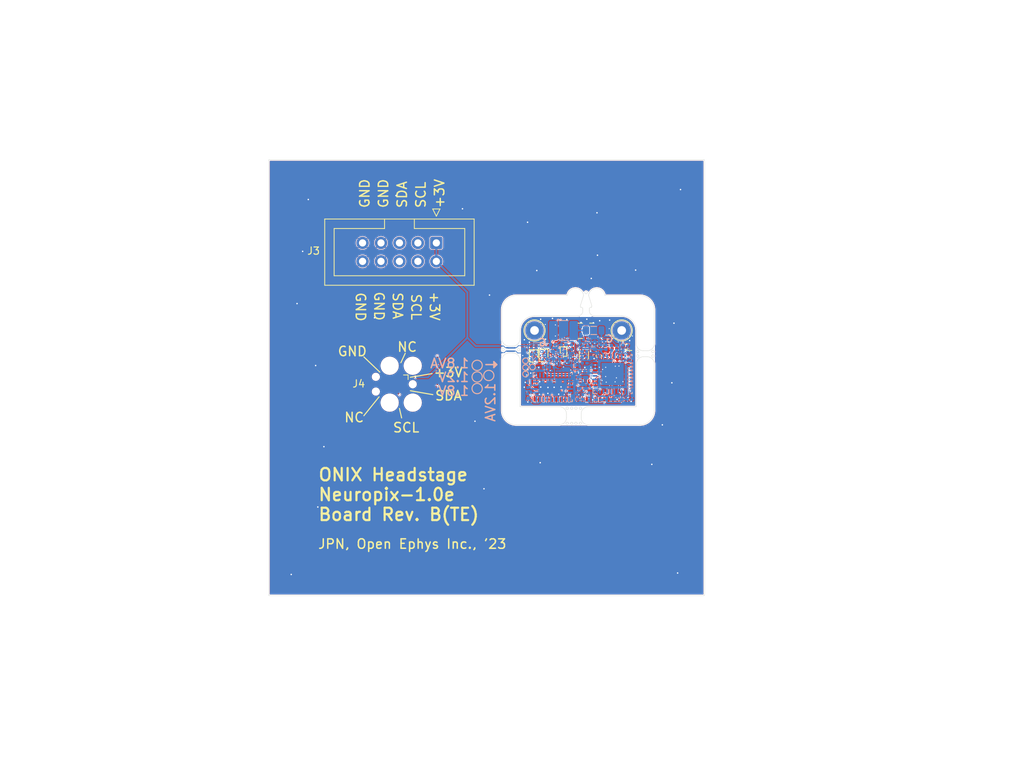
<source format=kicad_pcb>
(kicad_pcb (version 20221018) (generator pcbnew)
  (title_block (title "ONIX Neuropixels 1.0 Economical Headstage") (rev "B") (company "Open Ephys, Inc") (comment 1 "Jonathan P. Newman"))
  (layers (0 "F.Cu" signal) (1 "In1.Cu" signal) (2 "In2.Cu" signal) (31 "B.Cu" signal) (34 "B.Paste" user) (35 "F.Paste" user) (36 "B.SilkS" user "B.Silkscreen") (37 "F.SilkS" user "F.Silkscreen") (38 "B.Mask" user) (39 "F.Mask" user) (44 "Edge.Cuts" user))
  (net 0 "")
  (net 1 "GND")
  (net 2 "+1V8")
  (net 3 "+1.2VA")
  (net 4 "Net-(D1-K)")
  (net 5 "+1V2")
  (net 6 "+4V")
  (net 7 "Net-(L1-Pad2)")
  (net 8 "Net-(U3-EN2)")
  (net 9 "/Neuropixels 1.0/MCLK")
  (net 10 "/Neuropixels 1.0/CAL_SIGNAL")
  (net 11 "/Neuropixels 1.0/~{OSC_PDOWN}")
  (net 12 "/DC Tap & Regulation/RF+DC")
  (net 13 "/DC Tap & Regulation/VA_{EN}")
  (net 14 "/Neuropixels 1.0/NP_{~{MUXRST}}")
  (net 15 "/Neuropixels 1.0/SDA")
  (net 16 "/Neuropixels 1.0/SCL")
  (net 17 "/Neuropixels 1.0/SYNC")
  (net 18 "+2V5")
  (net 19 "/Neuropixels 1.0/D6")
  (net 20 "/Neuropixels 1.0/D5")
  (net 21 "/Neuropixels 1.0/D4")
  (net 22 "/Neuropixels 1.0/D3")
  (net 23 "/Neuropixels 1.0/D2")
  (net 24 "/Neuropixels 1.0/D1")
  (net 25 "/Neuropixels 1.0/D0")
  (net 26 "/Neuropixels 1.0/PCLK")
  (net 29 "/Perpherials/GPIO0")
  (net 30 "/Perpherials/GPIO1")
  (net 31 "Net-(R12-Pad1)")
  (net 32 "Net-(U5-DOUTP)")
  (net 33 "Net-(U5-DOUTN)")
  (net 34 "Net-(U5-PDB)")
  (net 35 "Net-(U6--)")
  (net 36 "Net-(U9-CAP)")
  (net 37 "Net-(U5-GPIO3{slash}CLKIN)")
  (net 38 "+1.8VA")
  (net 39 "Net-(U5-MODE)")
  (net 40 "/Serializer/Dout-")
  (net 41 "Net-(U6-+)")
  (net 58 "/Neuropixels 1.0/DCLK")
  (net 61 "/Neuropixels 1.0/MCLK_{RAW}")
  (net 63 "Net-(U5-VDDPLL)")
  (net 64 "Net-(U5-VDDCML)")
  (footprint "Connector:Tag-Connect_TC2030-IDC-FP_2x03_P1.27mm_Vertical" (layer "F.Cu") (at 117.29 95.9 180)
    (fp_text reference "J4")
    (fp_text value "TC2030" hide)
  )
  (footprint "Resistor_SMD:R_0201_0603Metric" (layer "F.Cu") (at 138.18 90.56)
    (fp_text reference "R1" hide)
    (fp_text value "1k" hide)
  )
  (footprint "Capacitor_SMD:C_0201_0603Metric" (layer "F.Cu") (at 146.35 92.2 -90)
    (fp_text reference "C19" hide)
    (fp_text value "10nF" hide)
  )
  (footprint "jonnew:MOLEX_5050700622" (layer "F.Cu") (at 140.2 88.5)
    (fp_text reference "J5" hide)
    (fp_text value "5050700622" hide)
  )
  (footprint "jonnew:HIROSE_X.FL-R-SMT-1" (layer "F.Cu") (at 143.7 88.6)
    (fp_text reference "J1" hide)
    (fp_text value "X.FL-R-SMT-1(02)" hide)
  )
  (footprint "Resistor_SMD:R_0201_0603Metric" (layer "F.Cu") (at 139.43 90.79 90)
    (fp_text reference "R15" hide)
    (fp_text value "49.9" hide)
  )
  (footprint "Resistor_SMD:R_0201_0603Metric" (layer "F.Cu") (at 141.85 90.65 -90)
    (fp_text reference "R12" hide)
    (fp_text value "1k" hide)
  )
  (footprint "Capacitor_SMD:C_0402_1005Metric" (layer "F.Cu") (at 145.45 92 -90)
    (fp_text reference "C21" hide)
    (fp_text value "10uF" hide)
  )
  (footprint "oe_common:ANALOG_CB-6-2_BGA-6_2x3_1.0x1.45mm" (layer "F.Cu") (at 137.84 91.92 180)
    (fp_text reference "U2" hide)
    (fp_text value "ADP220ACBZ-1812R7" hide)
  )
  (footprint "Capacitor_SMD:C_0201_0603Metric" (layer "F.Cu") (at 135.4 90.845 90)
    (fp_text reference "C10" hide)
    (fp_text value "1uF" hide)
  )
  (footprint "oe_common:ANALOG_N60T1+1_WLP6-1.24x0.84x0.5" (layer "F.Cu") (at 140.6 91.4 90)
    (fp_text reference "U6" hide)
    (fp_text value "MAX40111ANT" hide)
  )
  (footprint "Package_SON:Texas_X2SON-4_1x1mm_P0.65mm" (layer "F.Cu") (at 143.4 91.9 90)
    (fp_text reference "U4" hide)
    (fp_text value "TPS3839E16DQNT " hide)
  )
  (footprint "Capacitor_SMD:C_0201_0603Metric" (layer "F.Cu") (at 148.75 92.15 -90)
    (fp_text reference "C23" hide)
    (fp_text value "0.1uF" hide)
  )
  (footprint "Resistor_SMD:R_0201_0603Metric" (layer "F.Cu") (at 135.4 92.245 90)
    (fp_text reference "R5" hide)
    (fp_text value "7.15k" hide)
  )
  (footprint "Capacitor_SMD:C_0201_0603Metric" (layer "F.Cu") (at 147.05 92.2 -90)
    (fp_text reference "C20" hide)
    (fp_text value "0.1uF" hide)
  )
  (footprint "Resistor_SMD:R_0201_0603Metric" (layer "F.Cu") (at 140.8 92.6 180)
    (fp_text reference "R11" hide)
    (fp_text value "1k" hide)
  )
  (footprint "Capacitor_SMD:C_0201_0603Metric" (layer "F.Cu") (at 139.65 92.25 90)
    (fp_text reference "C28" hide)
    (fp_text value "0.1uF" hide)
  )
  (footprint "Resistor_SMD:R_0201_0603Metric" (layer "F.Cu") (at 138.84 92.2 -90)
    (fp_text reference "R14" hide)
    (fp_text value "10k" hide)
  )
  (footprint "oe_common:ANALOG_CB-6-2_BGA-6_2x3_1.0x1.45mm" (layer "F.Cu") (at 136.49 92 180)
    (fp_text reference "U3" hide)
    (fp_text value "ADP220ACBZ-1812R7" hide)
  )
  (footprint "LOGO" (layer "F.Cu") (at 146.17 87.56)
    (fp_text reference "G***" hide)
    (fp_text value "LOGO" hide)
  )
  (footprint "Inductor_SMD:L_0201_0603Metric" (layer "F.Cu") (at 147.6 91 180)
    (fp_text reference "L4" hide)
    (fp_text value "BLF03RD501GZED" hide)
  )
  (footprint "LOGO" (layer "F.Cu") (at 144.66 113.43)
    (fp_text reference "G***" hide)
    (fp_text value "LOGO" hide)
  )
  (footprint "Capacitor_SMD:C_0201_0603Metric" (layer "F.Cu") (at 148 92.15 -90)
    (fp_text reference "C22" hide)
    (fp_text value "10nF" hide)
  )
  (footprint "Capacitor_SMD:C_0201_0603Metric" (layer "F.Cu") (at 143.4 90.6)
    (fp_text reference "C7" hide)
    (fp_text value "0.1uF" hide)
  )
  (footprint "open-ephys:TE_1-2013496-8" (layer "F.Cu") (at 142.6 96.825)
    (fp_text reference "J2" hide)
    (fp_text value "1-2013496-8" hide)
  )
  (footprint "TestPoint:TestPoint_THTPad_D2.5mm_Drill1.2mm" (layer "F.Cu") (at 136.6 88.5)
    (fp_text reference "TP1" hide)
    (fp_text value "GND" hide)
  )
  (footprint "Capacitor_SMD:C_0402_1005Metric" (layer "F.Cu") (at 149.28 90.725)
    (fp_text reference "C24" hide)
    (fp_text value "10uF" hide)
  )
  (footprint "Resistor_SMD:R_0201_0603Metric" (layer "F.Cu") (at 146 90.6 180)
    (fp_text reference "R10" hide)
    (fp_text value "49.9" hide)
  )
  (footprint "Connector_IDC:IDC-Header_2x05_P2.54mm_Vertical" (layer "F.Cu") (at 123.08 76.4475 -90)
    (fp_text reference "J3")
    (fp_text value "SBH11-PBPC-D05-ST-BK" hide)
  )
  (footprint "Resistor_SMD:R_0201_0603Metric" (layer "F.Cu") (at 141.85 92.15 -90)
    (fp_text reference "R13" hide)
    (fp_text value "1k" hide)
  )
  (footprint "Resistor_SMD:R_0201_0603Metric" (layer "F.Cu") (at 136.48 90.62 180)
    (fp_text reference "R2" hide)
    (fp_text value "1k" hide)
  )
  (footprint "jonnew:ROHM_SML-P11MTT86R" (layer "F.Cu") (at 149.6 92.15 -90)
    (fp_text reference "D1" hide)
    (fp_text value "SML-P11UTT86R" hide)
  )
  (footprint "TestPoint:TestPoint_THTPad_D2.5mm_Drill1.2mm" (layer "F.Cu") (at 148.6 88.5)
    (fp_text reference "TP2" hide)
    (fp_text value "GND" hide)
  )
  (footprint "Inductor_SMD:L_0805_2012Metric" (layer "B.Cu") (at 144.75 88.5 180)
    (fp_text reference "L2" hide)
    (fp_text value "ASMPH-0805-4R7M-T" hide)
  )
  (footprint "Capacitor_SMD:C_0201_0603Metric" (layer "B.Cu") (at 145.42 98.05 180)
    (fp_text reference "C15" hide)
    (fp_text value "0.1uF" hide)
  )
  (footprint "jonnew:TestPoint_Pad_D0.6mm" (layer "B.Cu") (at 135.36 92.68 180)
    (fp_text reference "TP5" hide)
    (fp_text value "+1.8VA" hide)
  )
  (footprint "Resistor_SMD:R_0201_0603Metric" (layer "B.Cu") (at 143.5 93)
    (fp_text reference "R9" hide)
    (fp_text value "10k" hide)
  )
  (footprint "jonnew:ONSEMI_567JZ_WLCSP4-0.64x0.64" (layer "B.Cu") (at 140.11 93.59 -90)
    (fp_text reference "U1" hide)
    (fp_text value "NCP163AFCT250T2G" hide)
  )
  (footprint "Resistor_SMD:R_0201_0603Metric" (layer "B.Cu") (at 149.1 90.55)
    (fp_text reference "R6" hide)
    (fp_text value "1k" hide)
  )
  (footprint "jonnew:ST_WLCSP5-0.959x1.073" (layer "B.Cu") (at 142 92.2)
    (fp_text reference "U8" hide)
    (fp_text value "M24C64-FCS6TP/K" hide)
  )
  (footprint "Capacitor_SMD:C_0201_0603Metric" (layer "B.Cu") (at 137.96 91.41)
    (fp_text reference "C4" hide)
    (fp_text value "1uF")
  )
  (footprint "Capacitor_SMD:C_0201_0603Metric" (layer "B.Cu") (at 142 93.3 180)
    (fp_text reference "C32" hide)
    (fp_text value "0.1uF" hide)
  )
  (footprint "Package_LGA:LGA-28_5.2x3.8mm_P0.5mm" (layer "B.Cu") (at 139.1 96.3)
    (fp_text reference "U9" hide)
    (fp_text value "BNO055" hide)
  )
  (footprint "Resistor_SMD:R_0201_0603Metric" (layer "B.Cu") (at 141.7 90.8 90)
    (fp_text reference "R16" hide)
    (fp_text value "7.15k" hide)
  )
  (footprint "Resistor_SMD:R_0201_0603Metric" (layer "B.Cu") (at 143.5 91.4)
    (fp_text reference "R8" hide)
    (fp_text value "10k" hide)
  )
  (footprint "Capacitor_SMD:C_0402_1005Metric" (layer "B.Cu") (at 139.19 91.93 -90)
    (fp_text reference "C6" hide)
    (fp_text value "10uF")
  )
  (footprint "jonnew:TestPoint_Pad_D0.6mm" (layer "B.Cu") (at 136.32 93.55 180)
    (fp_text reference "TP6" hide)
    (fp_text value "+1.2VA" hide)
  )
  (footprint "Capacitor_SMD:C_0201_0603Metric" (layer "B.Cu") (at 137.5 93.6)
    (fp_text reference "C35" hide)
    (fp_text value "0.1uF" hide)
  )
  (footprint "jonnew:TestPoint_Pad_D0.6mm" (layer "B.Cu") (at 135.37 94.5 180)
    (fp_text reference "TP3" hide)
    (fp_text value "+1.8V" hide)
  )
  (footprint "Capacitor_SMD:C_0402_1005Metric" (layer "B.Cu") (at 144.9 90.6 90)
    (fp_text reference "C18" hide)
    (fp_text value "10uF" hide)
  )
  (footprint "Resistor_SMD:R_0201_0603Metric" (layer "B.Cu") (at 139.1 90.45)
    (fp_text reference "R3" hide)
    (fp_text value "2k" hide)
  )
  (footprint "Capacitor_SMD:C_0201_0603Metric" (layer "B.Cu") (at 146.45 90.8 90)
    (fp_text reference "C17" hide)
    (fp_text value "0.1uF" hide)
  )
  (footprint "jonnew:MICROCHIP_VFLGA4-2.0x1.6" (layer "B.Cu") (at 143.2 95.7 180)
    (fp_text reference "U7" hide)
    (fp_text value "DSC6101MA3B-PROGT" hide)
  )
  (footprint "jonnew:OE_SolderJumper-3_0201_Bridged12" (layer "B.Cu") (at 144.125 97.625 90)
    (fp_text reference "JP1" hide)
    (fp_text value "Jumper_3_Bridged12" hide)
  )
  (footprint "Inductor_SMD:L_0201_0603Metric" (layer "B.Cu") (at 143.6 90.6 180)
    (fp_text reference "L3" hide)
    (fp_text value "BLF03RD501GZED" hide)
  )
  (footprint "Capacitor_SMD:C_0201_0603Metric" (layer "B.Cu") (at 136.12 92.1 90)
    (fp_text reference "C9" hide)
    (fp_text value "1uF" hide)
  )
  (footprint "Capacitor_SMD:C_0201_0603Metric" (layer "B.Cu") (at 149.68 98)
    (fp_text reference "C13" hide)
    (fp_text value "0.1uF" hide)
  )
  (footprint "Capacitor_SMD:C_0201_0603Metric" (layer "B.Cu") (at 138 92.49)
    (fp_text reference "C5" hide)
    (fp_text value "1uF" hide)
  )
  (footprint "Resistor_SMD:R_0201_0603Metric" (layer "B.Cu") (at 143.225 97.65 -90)
    (fp_text reference "R17" hide)
    (fp_text value "22" hide)
  )
  (footprint "Capacitor_SMD:C_0201_0603Metric" (layer "B.Cu") (at 143.5 92.2 180)
    (fp_text reference "C27" hide)
    (fp_text value "1uF" hide)
  )
  (footprint "Capacitor_SMD:C_0201_0603Metric" (layer "B.Cu") (at 140.03 92.11 90)
    (fp_text reference "C2" hide)
    (fp_text value "1uF" hide)
  )
  (footprint "Capacitor_SMD:C_0201_0603Metric" (layer "B.Cu") (at 135.65 97.55 -90)
    (fp_text reference "C34" hide)
    (fp_text value "0.1uF" hide)
  )
  (footprint "Capacitor_SMD:C_0201_0603Metric" (layer "B.Cu") (at 142.5 97.65 90)
    (fp_text reference "C31" hide)
    (fp_text value "27pF" hide)
  )
  (footprint "Capacitor_SMD:C_0201_0603Metric" (layer "B.Cu") (at 147.9 90.9 90)
    (fp_text reference "C25" hide)
    (fp_text value "0.1uF" hide)
  )
  (footprint "Capacitor_SMD:C_0201_0603Metric" (layer "B.Cu") (at 148.28 98 180)
    (fp_text reference "C12" hide)
    (fp_text value "10nF" hide)
  )
  (footprint "Capacitor_SMD:C_0201_0603Metric" (layer "B.Cu") (at 138.98 93.59 180)
    (fp_text reference "C1" hide)
    (fp_text value "1uF" hide)
  )
  (footprint "Capacitor_SMD:C_0201_0603Metric" (layer "B.Cu") (at 140.6 90.45)
    (fp_text reference "C29" hide)
    (fp_text value "0.1uF" hide)
  )
  (footprint "jonnew:TestPoint_Pad_D0.6mm" (layer "B.Cu") (at 135.37 93.6 180)
    (fp_text reference "TP4" hide)
    (fp_text value "+1.2V" hide)
  )
  (footprint "Resistor_SMD:R_0201_0603Metric" (layer "B.Cu") (at 143.65 89.8)
    (fp_text reference "R4" hide)
    (fp_text value "2k" hide)
  )
  (footprint "Capacitor_SMD:C_0201_0603Metric" (layer "B.Cu") (at 146.85 98)
    (fp_text reference "C14" hide)
    (fp_text value "10nF" hide)
  )
  (footprint "Capacitor_SMD:C_0201_0603Metric" (layer "B.Cu") (at 136.87 92.1 90)
    (fp_text reference "C11" hide)
    (fp_text value "1uF" hide)
  )
  (footprint "Capacitor_SMD:C_0402_1005Metric" (layer "B.Cu") (at 140.87 91.91 90)
    (fp_text reference "C3" hide)
    (fp_text value "10uF" hide)
  )
  (footprint "Capacitor_SMD:C_0201_0603Metric" (layer "B.Cu") (at 135.65 96.05 -90)
    (fp_text reference "C33" hide)
    (fp_text value "0.1uF" hide)
  )
  (footprint "Capacitor_SMD:C_0201_0603Metric" (layer "B.Cu") (at 145.75 90.8 90)
    (fp_text reference "C16" hide)
    (fp_text value "10nF" hide)
  )
  (footprint "jonnew:TI_RTV0032A" (layer "B.Cu") (at 147.35 94.5)
    (fp_text reference "U5" hide)
    (fp_text value "DS90UB933TRTVTQ1" hide)
  )
  (footprint "Capacitor_SMD:C_0201_0603Metric" (layer "B.Cu") (at 136.5 91)
    (fp_text reference "C8" hide)
    (fp_text value "1uF" hide)
  )
  (footprint "Inductor_SMD:L_1210_3225Metric" (layer "B.Cu") (at 140.6 88.5)
    (fp_text reference "L1" hide)
    (fp_text value "CBC3225T101MR" hide)
  )
  (footprint "Resistor_SMD:R_0201_0603Metric" (layer "B.Cu") (at 149.1 91.25 180)
    (fp_text reference "R7" hide)
    (fp_text value "10k" hide)
  )
  (footprint "Capacitor_SMD:C_0201_0603Metric" (layer "B.Cu") (at 143.2 94.1)
    (fp_text reference "C30" hide)
    (fp_text value "10nF" hide)
  )
  (footprint "Capacitor_SMD:C_0201_0603Metric" (layer "B.Cu") (at 147.2 90.9 90)
    (fp_text reference "C26" hide)
    (fp_text value "47nF" hide)
  )
  (gr_line (start 131.1 93) (end 131.1 93.4) (stroke (width 0.2)) (layer "B.SilkS"))
  (gr_circle (center 130.3 94.7) (end 130.8 95.2) (stroke (width 0.15)) (fill none) (layer "B.SilkS"))
  (gr_circle (center 128.7 93.307106) (end 129.2 93.807106) (stroke (width 0.15)) (fill none) (layer "B.SilkS"))
  (gr_circle (center 128.7 96.5) (end 129.2 97) (stroke (width 0.15)) (fill none) (layer "B.SilkS"))
  (gr_line (start 129.9 93.2) (end 131.4 93.2) (stroke (width 0.2)) (layer "B.SilkS"))
  (gr_line (start 131 93.6) (end 131.4 93.2) (stroke (width 0.2)) (layer "B.SilkS"))
  (gr_line (start 131.4 93.2) (end 131 92.8) (stroke (width 0.2)) (layer "B.SilkS"))
  (gr_line (start 131 92.8) (end 131 93.6) (stroke (width 0.2)) (layer "B.SilkS"))
  (gr_circle (center 128.7 94.9) (end 129.2 95.4) (stroke (width 0.15)) (fill none) (layer "B.SilkS"))
  (gr_line (start 122.5 94.44) (end 119.5 94.9475) (stroke (width 0.15)) (layer "F.SilkS"))
  (gr_line (start 113.1 100.24) (end 115.2 97.64) (stroke (width 0.15)) (layer "F.SilkS"))
  (gr_line (start 113.1 92.14) (end 115.3 94.24) (stroke (width 0.15)) (layer "F.SilkS"))
  (gr_line (start 118 99.24) (end 118.3 100.54) (stroke (width 0.15)) (layer "F.SilkS"))
  (gr_line (start 118.8 91.64) (end 118.2 92.94) (stroke (width 0.15)) (layer "F.SilkS"))
  (gr_line (start 122.6 97.34) (end 119.5 96.8) (stroke (width 0.15)) (layer "F.SilkS"))
  (gr_line (start 148.6 86.5) (end 144.85 86.5) (stroke (width 0.05)) (layer "Edge.Cuts"))
  (gr_line (start 151.1 83.67) (end 146.279475 83.670248) (stroke (width 0.05)) (layer "Edge.Cuts"))
  (gr_arc (start 153.1 90.3) (mid 152.807103 91.007103) (end 152.1 91.3) (stroke (width 0.05)) (layer "Edge.Cuts"))
  (gr_circle (center 150.8 92.02) (end 150.975 92.02) (stroke (width 0.05)) (fill none) (layer "Edge.Cuts"))
  (gr_line (start 132.1 92.6) (end 132.1 99.5) (stroke (width 0.05)) (layer "Edge.Cuts"))
  (gr_arc (start 132.1 85.67) (mid 132.685786 84.255786) (end 134.1 83.67) (stroke (width 0.05)) (layer "Edge.Cuts"))
  (gr_line (start 134.6 99) (end 140 99) (stroke (width 0.05)) (layer "Edge.Cuts"))
  (gr_arc (start 144.85 86.5) (mid 144.355025 86.294975) (end 144.15 85.8) (stroke (width 0.05)) (layer "Edge.Cuts"))
  (gr_line (start 150.6 88.5) (end 150.6 90.3) (stroke (width 0.05)) (layer "Edge.Cuts"))
  (gr_line (start 133.1 90.65) (end 133.6 90.65) (stroke (width 0.05)) (layer "Edge.Cuts"))
  (gr_line (start 134.6 92.6) (end 134.6 99) (stroke (width 0.05)) (layer "Edge.Cuts"))
  (gr_arc (start 141.120525 83.670248) (mid 142.237392 82.673568) (end 143.349999 83.675001) (stroke (width 0.05)) (layer "Edge.Cuts"))
  (gr_line (start 143 85.3) (end 142.925 85.3) (stroke (width 0.05)) (layer "Edge.Cuts"))
  (gr_arc (start 134.1 101.5) (mid 132.685786 100.914214) (end 132.1 99.5) (stroke (width 0.05)) (layer "Edge.Cuts"))
  (gr_line (start 142.55 86.5) (end 136.6 86.5) (stroke (width 0.05)) (layer "Edge.Cuts"))
  (gr_line (start 134.6 88.5) (end 134.6 89.65) (stroke (width 0.05)) (layer "Edge.Cuts"))
  (gr_arc (start 143.25 85.8) (mid 143.044975 86.294975) (end 142.55 86.5) (stroke (width 0.05)) (layer "Edge.Cuts"))
  (gr_line (start 144.02 99) (end 150.6 99) (stroke (width 0.05)) (layer "Edge.Cuts"))
  (gr_arc (start 152.1 92.12) (mid 152.807105 92.412895) (end 153.1 93.12) (stroke (width 0.05)) (layer "Edge.Cuts"))
  (gr_circle (center 143.7 83.275) (end 143.875 83.275) (stroke (width 0.05)) (fill none) (layer "Edge.Cuts"))
  (gr_circle (center 134.4 91.15) (end 134.575 91.15) (stroke (width 0.05)) (fill none) (layer "Edge.Cuts"))
  (gr_circle (center 152.9 91.4) (end 153.075 91.4) (stroke (width 0.05)) (fill none) (layer "Edge.Cuts"))
  (gr_line (start 153.1 90.3) (end 153.1 85.67) (stroke (width 0.05)) (layer "Edge.Cuts"))
  (gr_arc (start 153.1 99.5) (mid 152.514214 100.914214) (end 151.1 101.5) (stroke (width 0.05)) (layer "Edge.Cuts"))
  (gr_line (start 143.35 83.675001) (end 142.925 85.05) (stroke (width 0.05)) (layer "Edge.Cuts"))
  (gr_line (start 144.4 85.3) (end 144.475 85.3) (stroke (width 0.05)) (layer "Edge.Cuts"))
  (gr_circle (center 152.9 92.02) (end 153.075 92.02) (stroke (width 0.05)) (fill none) (layer "Edge.Cuts"))
  (gr_arc (start 134.6 88.5) (mid 135.185786 87.085786) (end 136.6 86.5) (stroke (width 0.05)) (layer "Edge.Cuts"))
  (gr_arc (start 133.1 90.65) (mid 132.392893 90.357107) (end 132.1 89.65) (stroke (width 0.05)) (layer "Edge.Cuts"))
  (gr_circle (center 141.72 99.2) (end 141.895 99.2) (stroke (width 0.05)) (fill none) (layer "Edge.Cuts"))
  (gr_circle (center 141.72 101.3) (end 141.895 101.3) (stroke (width 0.05)) (fill none) (layer "Edge.Cuts"))
  (gr_arc (start 144.15 85.55) (mid 144.223223 85.373223) (end 144.4 85.3) (stroke (width 0.05)) (layer "Edge.Cuts"))
  (gr_line (start 142.925 85.05) (end 142.925 85.3) (stroke (width 0.05)) (layer "Edge.Cuts"))
  (gr_circle (center 150.8 91.4) (end 150.975 91.4) (stroke (width 0.05)) (fill none) (layer "Edge.Cuts"))
  (gr_arc (start 151.1 83.67) (mid 152.514214 84.255786) (end 153.1 85.67) (stroke (width 0.05)) (layer "Edge.Cuts"))
  (gr_arc (start 140 99) (mid 140.707107 99.292893) (end 141 100) (stroke (width 0.05)) (layer "Edge.Cuts"))
  (gr_arc (start 134.6 89.65) (mid 134.307107 90.357107) (end 133.6 90.65) (stroke (width 0.05)) (layer "Edge.Cuts"))
  (gr_arc (start 143 85.3) (mid 143.176777 85.373223) (end 143.25 85.55) (stroke (width 0.05)) (layer "Edge.Cuts"))
  (gr_arc (start 133.6 91.6) (mid 134.307107 91.892893) (end 134.6 92.6) (stroke (width 0.05)) (layer "Edge.Cuts"))
  (gr_line (start 150.6 93.12) (end 150.6 99) (stroke (width 0.05)) (layer "Edge.Cuts"))
  (gr_line (start 151.6 91.3) (end 152.1 91.3) (stroke (width 0.05)) (layer "Edge.Cuts"))
  (gr_line (start 153.1 93.12) (end 153.1 99.5) (stroke (width 0.05)) (layer "Edge.Cuts"))
  (gr_line (start 152.1 92.12) (end 151.6 92.12) (stroke (width 0.05)) (layer "Edge.Cuts"))
  (gr_circle (center 142.3 101.3) (end 142.475 101.3) (stroke (width 0.05)) (fill none) (layer "Edge.Cuts"))
  (gr_line (start 143.02 100) (end 143.02 100.5) (stroke (width 0.05)) (layer "Edge.Cuts"))
  (gr_circle (center 142.3 99.2) (end 142.475 99.2) (stroke (width 0.05)) (fill none) (layer "Edge.Cuts"))
  (gr_circle (center 142.92 99.2) (end 143.095 99.2) (stroke (width 0.05)) (fill none) (layer "Edge.Cuts"))
  (gr_line (start 141 100.5) (end 141 100) (stroke (width 0.05)) (layer "Edge.Cuts"))
  (gr_arc (start 151.6 91.3) (mid 150.892892 91.007108) (end 150.6 90.3) (stroke (width 0.05)) (layer "Edge.Cuts"))
  (gr_circle (center 132.275 91.15) (end 132.45 91.15) (stroke (width 0.05)) (fill none) (layer "Edge.Cuts"))
  (gr_circle (center 141.1 99.2) (end 141.275 99.2) (stroke (width 0.05)) (fill none) (layer "Edge.Cuts"))
  (gr_line (start 141.120525 83.670248) (end 134.1 83.67) (stroke (width 0.05)) (layer "Edge.Cuts"))
  (gr_line (start 144.475 85.05) (end 144.05 83.675001) (stroke (width 0.05)) (layer "Edge.Cuts"))
  (gr_circle (center 141.1 101.3) (end 141.275 101.3) (stroke (width 0.05)) (fill none) (layer "Edge.Cuts"))
  (gr_arc (start 144.050001 83.675001) (mid 145.162608 82.673568) (end 146.279475 83.670248) (stroke (width 0.05)) (layer "Edge.Cuts"))
  (gr_arc (start 150.6 93.12) (mid 150.89289 92.41289) (end 151.6 92.12) (stroke (width 0.05)) (layer "Edge.Cuts"))
  (gr_line (start 144.15 85.8) (end 144.15 85.55) (stroke (width 0.05)) (layer "Edge.Cuts"))
  (gr_line (start 134.1 101.5) (end 140 101.5) (stroke (width 0.05)) (layer "Edge.Cuts"))
  (gr_line (start 132.1 89.65) (end 132.1 85.67) (stroke (width 0.05)) (layer "Edge.Cuts"))
  (gr_arc (start 148.6 86.5) (mid 150.014214 87.085786) (end 150.6 88.5) (stroke (width 0.05)) (layer "Edge.Cuts"))
  (gr_arc (start 132.1 92.6) (mid 132.392893 91.892893) (end 133.1 91.6) (stroke (width 0.05)) (layer "Edge.Cuts"))
  (gr_line (start 144.475 85.3) (end 144.475 85.05) (stroke (width 0.05)) (layer "Edge.Cuts"))
  (gr_arc (start 141 100.5) (mid 140.707107 101.207107) (end 140 101.5) (stroke (width 0.05)) (layer "Edge.Cuts"))
  (gr_line (start 133.6 91.6) (end 133.1 91.6) (stroke (width 0.05)) (layer "Edge.Cuts"))
  (gr_arc (start 143.02 100) (mid 143.312893 99.292893) (end 144.02 99) (stroke (width 0.05)) (layer "Edge.Cuts"))
  (gr_circle (center 142.92 101.3) (end 143.095 101.3) (stroke (width 0.05)) (fill none) (layer "Edge.Cuts"))
  (gr_line (start 151.1 101.5) (end 144.02 101.5) (stroke (width 0.05)) (layer "Edge.Cuts"))
  (gr_arc (start 144.02 101.5) (mid 143.312893 101.207107) (end 143.02 100.5) (stroke (width 0.05)) (layer "Edge.Cuts"))
  (gr_line (start 143.25 85.55) (end 143.25 85.8) (stroke (width 0.05)) (layer "Edge.Cuts"))
  (gr_rect (start 100 65) (end 160 125) (stroke (width 0.05)) (fill none) (layer "Edge.Cuts"))
  (gr_text "G" (at 147.56 90.24) (layer "B.SilkS") (effects (font (size 1 1) (thickness 0.2) bold) (justify left bottom mirror)))
  (gr_text "1.2VA" (at 131.3 95.6 90) (layer "B.SilkS") (effects (font (size 1.3 1.3) (thickness 0.2) bold) (justify left bottom mirror)))
  (gr_text "G" (at 138.36 90.74) (layer "B.SilkS") (effects (font (size 1 1) (thickness 0.2) bold) (justify left bottom mirror)))
  (gr_text "1.2V" (at 127.7 95.7) (layer "B.SilkS") (effects (font (size 1.3 1.3) (thickness 0.2) bold) (justify left bottom mirror)))
  (gr_text "1.8VA" (at 127.7 93.8) (layer "B.SilkS") (effects (font (size 1.3 1.3) (thickness 0.2) bold) (justify left bottom mirror)))
  (gr_text "1.8V" (at 127.7 97.6) (layer "B.SilkS") (effects (font (size 1.3 1.3) (thickness 0.2) bold) (justify left bottom mirror)))
  (gr_text "SCL" (at 119.53 83.3475 -90) (layer "F.SilkS") (effects (font (size 1.3 1.3) (thickness 0.2) bold) (justify left bottom)))
  (gr_text "JPN, Open Ephys Inc., '23" (at 106.7 117.9) (layer "F.SilkS") (effects (font (size 1.3 1.3) (thickness 0.2)) (justify left)))
  (gr_text "GND" (at 113.98 71.7475 90) (layer "F.SilkS") (effects (font (size 1.3 1.3) (thickness 0.2) bold) (justify left bottom)))
  (gr_text "GND" (at 111.88 83.1475 -90) (layer "F.SilkS") (effects (font (size 1.3 1.3) (thickness 0.2) bold) (justify left bottom)))
  (gr_text "GND" (at 116.555 71.7475 90) (layer "F.SilkS") (effects (font (size 1.3 1.3) (thickness 0.2) bold) (justify left bottom)))
  (gr_text "+3V" (at 122.6 95.04) (layer "F.SilkS") (effects (font (size 1.3 1.3) (thickness 0.2) bold) (justify left bottom)))
  (gr_text "NC" (at 110.3 101.24) (layer "F.SilkS") (effects (font (size 1.3 1.3) (thickness 0.2) bold) (justify left bottom)))
  (gr_text "ONIX Headstage \nNeuropix-1.0e\nBoard Rev. B(TE)" (at 106.7 111.1) (layer "F.SilkS") (effects (font (size 1.7 1.7) (thickness 0.3) bold) (justify left)))
  (gr_text "SCL" (at 117 102.64) (layer "F.SilkS") (effects (font (size 1.3 1.3) (thickness 0.2) bold) (justify left bottom)))
  (gr_text "SDA" (at 119.13 71.7475 90) (layer "F.SilkS") (effects (font (size 1.3 1.3) (thickness 0.2) bold) (justify left bottom)))
  (gr_text "SDA" (at 122.8 98.24) (layer "F.SilkS") (effects (font (size 1.3 1.3) (thickness 0.2) bold) (justify left bottom)))
  (gr_text "NC" (at 117.6 91.54) (layer "F.SilkS") (effects (font (size 1.3 1.3) (thickness 0.2) bold) (justify left bottom)))
  (gr_text "GND" (at 109.4 92.14) (layer "F.SilkS") (effects (font (size 1.3 1.3) (thickness 0.2) bold) (justify left bottom)))
  (gr_text "+3V" (at 124.28 71.7475 90) (layer "F.SilkS") (effects (font (size 1.3 1.3) (thickness 0.2) bold) (justify left bottom)))
  (gr_text "SDA" (at 116.98 83.1475 -90) (layer "F.SilkS") (effects (font (size 1.3 1.3) (thickness 0.2) bold) (justify left bottom)))
  (gr_text "GND" (at 114.43 83.0475 -90) (layer "F.SilkS") (effects (font (size 1.3 1.3) (thickness 0.2) bold) (justify left bottom)))
  (gr_text "+3V" (at 122.08 83.0475 270) (layer "F.SilkS") (effects (font (size 1.3 1.3) (thickness 0.2) bold) (justify left bottom)))
  (gr_text "SCL" (at 121.705 71.7475 90) (layer "F.SilkS") (effects (font (size 1.3 1.3) (thickness 0.2) bold) (justify left bottom)))
  (segment (start 144.6 98.05) (end 144.575 98.025) (width 0.1) (layer "F.Cu") (net 1))
  (segment (start 144.575 98.025) (end 144.4 98.025) (width 0.1) (layer "F.Cu") (net 1))
  (segment (start 143.4 91.9) (end 143.39 91.9) (width 0.2) (layer "F.Cu") (net 1))
  (segment (start 138.0405 91.92) (end 138.05 91.92) (width 0.2) (layer "F.Cu") (net 1))
  (segment (start 143.39 91.9) (end 143.300899 91.989101) (width 0.2) (layer "F.Cu") (net 1))
  (via (at 104.67 77.61) (size 0.3) (drill 0.2) (layers "F.Cu" "B.Cu") (net 1))
  (via (at 152.75 106.94) (size 0.3) (drill 0.2) (layers "F.Cu" "B.Cu") (net 1))
  (via (at 146.89 88.25) (size 0.25) (drill 0.15) (layers "F.Cu" "B.Cu") (remove_unused_layers) (zone_layer_connections "F.Cu" "In1.Cu" "In2.Cu" "B.Cu") (net 1))
  (via (at 144.416061 81.338202) (size 0.3) (drill 0.2) (layers "F.Cu" "B.Cu") (net 1))
  (via (at 130.4 83.63) (size 0.3) (drill 0.2) (layers "F.Cu" "B.Cu") (net 1))
  (via (at 150.07 89.26) (size 0.25) (drill 0.15) (layers "F.Cu" "B.Cu") (remove_unused_layers) (zone_layer_connections "F.Cu" "In1.Cu" "In2.Cu" "B.Cu") (net 1))
  (via (at 134.9755 91.95) (size 0.25) (drill 0.15) (layers "F.Cu" "B.Cu") (remove_unused_layers) (zone_layer_connections "F.Cu" "In1.Cu" "In2.Cu" "B.Cu") (net 1))
  (via (at 135.325 95.65) (size 0.3) (drill 0.2) (layers "F.Cu" "B.Cu") (remove_unused_layers) (zone_layer_connections "F.Cu" "In1.Cu" "In2.Cu" "B.Cu") (net 1))
  (via (at 156.3 121.9) (size 0.3) (drill 0.2) (layers "F.Cu" "B.Cu") (net 1))
  (via (at 141.589976 93.948889) (size 0.25) (drill 0.15) (layers "F.Cu" "B.Cu") (remove_unused_layers) (zone_layer_connections "F.Cu" "In1.Cu" "In2.Cu" "B.Cu") (net 1))
  (via (at 145.525 93.575) (size 0.25) (drill 0.15) (layers "F.Cu" "B.Cu") (remove_unused_layers) (zone_layer_connections "F.Cu" "In1.Cu" "In2.Cu" "B.Cu") (net 1))
  (via (at 144.6 98.05) (size 0.3) (drill 0.2) (layers "F.Cu" "B.Cu") (remove_unused_layers) (zone_layer_connections "F.Cu" "In1.Cu" "In2.Cu" "B.Cu") (net 1))
  (via (at 129.64 110.3) (size 0.3) (drill 0.2) (layers "F.Cu" "B.Cu") (net 1))
  (via (at 135.91 93.11) (size 0.3) (drill 0.2) (layers "F.Cu" "B.Cu") (remove_unused_layers) (zone_layer_connections "F.Cu" "In1.Cu" "In2.Cu" "B.Cu") (net 1))
  (via (at 144.8 92.3805) (size 0.3) (drill 0.2) (layers "F.Cu" "B.Cu") (remove_unused_layers) (zone_layer_connections "F.Cu" "In1.Cu" "In2.Cu" "B.Cu") (net 1))
  (via (at 137.31 95.55) (size 0.3) (drill 0.2) (layers "F.Cu" "B.Cu") (remove_unused_layers) (zone_layer_connections "F.Cu" "In1.Cu" "In2.Cu" "B.Cu") (net 1))
  (via (at 147.725 93.425) (size 0.25) (drill 0.15) (layers "F.Cu" "B.Cu") (remove_unused_layers) (zone_layer_connections "F.Cu" "In1.Cu" "In2.Cu" "B.Cu") (net 1))
  (via (at 135.675 98.3495) (size 0.3) (drill 0.2) (layers "F.Cu" "B.Cu") (remove_unused_layers) (zone_layer_connections "F.Cu" "In1.Cu" "In2.Cu" "B.Cu") (net 1))
  (via (at 106.46 93.33) (size 0.3) (drill 0.2) (layers "F.Cu" "B.Cu") (net 1))
  (via (at 146.4 93.575) (size 0.25) (drill 0.15) (layers "F.Cu" "B.Cu") (remove_unused_layers) (zone_layer_connections "F.Cu" "In1.Cu" "In2.Cu" "B.Cu") (net 1))
  (via (at 137.38 106.71) (size 0.3) (drill 0.2) (layers "F.Cu" "B.Cu") (net 1))
  (via (at 144.88 90.27) (size 0.25) (drill 0.15) (layers "F.Cu" "B.Cu") (remove_unused_layers) (zone_layer_connections "F.Cu" "In1.Cu" "In2.Cu" "B.Cu") (net 1))
  (via (at 144.7 87.45) (size 0.3) (drill 0.2) (layers "F.Cu" "B.Cu") (remove_unused_layers) (zone_layer_connections "F.Cu" "In1.Cu" "In2.Cu" "B.Cu") (net 1))
  (via (at 135.64 73.6) (size 0.3) (drill 0.2) (layers "F.Cu" "B.Cu") (net 1))
  (via (at 147 89.25) (size 0.25) (drill 0.15) (layers "F.Cu" "B.Cu") (remove_unused_layers) (zone_layer_connections "F.Cu" "In1.Cu" "In2.Cu" "B.Cu") (net 1))
  (via (at 146.475 95.625) (size 0.25) (drill 0.15) (layers "F.Cu" "B.Cu") (remove_unused_layers) (zone_layer_connections "F.Cu" "In1.Cu" "In2.Cu" "B.Cu") (net 1))
  (via (at 138.45 96.35) (size 0.3) (drill 0.2) (layers "F.Cu" "B.Cu") (remove_unused_layers) (zone_layer_connections "F.Cu" "In1.Cu" "In2.Cu" "B.Cu") (net 1))
  (via (at 139.852646 91.8229) (size 0.25) (drill 0.15) (layers "F.Cu" "B.Cu") (remove_unused_layers) (zone_layer_connections "F.Cu" "In1.Cu" "In2.Cu" "B.Cu") (net 1))
  (via (at 141.05 87) (size 0.3) (drill 0.2) (layers "F.Cu" "B.Cu") (remove_unused_layers) (zone_layer_connections "F.Cu" "In1.Cu" "In2.Cu" "B.Cu") (net 1))
  (via (at 145.893399 95.393399) (size 0.25) (drill 0.15) (layers "F.Cu" "B.Cu") (remove_unused_layers) (zone_layer_connections "F.Cu" "In1.Cu" "In2.Cu" "B.Cu") (net 1))
  (via (at 150.52 80.19) (size 0.3) (drill 0.2) (layers "F.Cu" "B.Cu") (net 1))
  (via (at 146.45 89.15) (size 0.25) (drill 0.15) (layers "F.Cu" "B.Cu") (remove_unused_layers) (zone_layer_connections "F.Cu" "In1.Cu" "In2.Cu" "B.Cu") (net 1))
  (via (at 138.125 89.7) (size 0.3) (drill 0.2) (layers "F.Cu" "B.Cu") (remove_unused_layers) (zone_layer_connections "F.Cu" "In1.Cu" "In2.Cu" "B.Cu") (net 1))
  (via (at 139.675 93.0245) (size 0.25) (drill 0.15) (layers "F.Cu" "B.Cu") (remove_unused_layers) (zone_layer_connections "F.Cu" "In1.Cu" "In2.Cu" "B.Cu") (net 1))
  (via (at 147.875 95.0245) (size 0.25) (drill 0.15) (layers "F.Cu" "B.Cu") (remove_unused_layers) (zone_layer_connections "F.Cu" "In1.Cu" "In2.Cu" "B.Cu") (net 1))
  (via (at 138.08 87.68) (size 0.25) (drill 0.15) (layers "F.Cu" "B.Cu") (remove_unused_layers) (zone_layer_connections "F.Cu" "In1.Cu" "In2.Cu" "B.Cu") (net 1))
  (via (at 155.51 95.71) (size 0.3) (drill 0.2) (layers "F.Cu" "B.Cu") (net 1))
  (via (at 138.44 97.17) (size 0.3) (drill 0.2) (layers "F.Cu" "B.Cu") (remove_unused_layers) (zone_layer_connections "F.Cu" "In1.Cu" "In2.Cu" "B.Cu") (net 1))
  (via (at 106.76 112.81) (size 0.3) (drill 0.2) (layers "F.Cu" "B.Cu") (net 1))
  (via (at 140.587782 93.531725) (size 0.25) (drill 0.15) (layers "F.Cu" "B.Cu") (remove_unused_layers) (zone_layer_connections "F.Cu" "In1.Cu" "In2.Cu" "B.Cu") (net 1))
  (via (at 149.9 98.275) (size 0.3) (drill 0.2) (layers "F.Cu" "B.Cu") (remove_unused_layers) (zone_layer_connections "F.Cu" "In1.Cu" "In2.Cu" "B.Cu") (net 1))
  (via (at 147.7 95.575) (size 0.25) (drill 0.15) (layers "F.Cu" "B.Cu") (remove_unused_layers) (zone_layer_connections "F.Cu" "In1.Cu" "In2.Cu" "B.Cu") (net 1))
  (via (at 144.95 93.75) (size 0.25) (drill 0.15) (layers "F.Cu" "B.Cu") (remove_unused_layers) (zone_layer_connections "F.Cu" "In1.Cu" "In2.Cu" "B.Cu") (net 1))
  (via (at 148.775 95.55) (size 0.25) (drill 0.15) (layers "F.Cu" "B.Cu") (remove_unused_layers) (zone_layer_connections "F.Cu" "In1.Cu" "In2.Cu" "B.Cu") (net 1))
  (via (at 136.83 91.84) (size 0.25) (drill 0.15) (layers "F.Cu" "B.Cu") (remove_unused_layers) (zone_layer_connections "F.Cu" "In1.Cu" "In2.Cu" "B.Cu") (net 1))
  (via (at 141.56802 92.308292) (size 0.25) (drill 0.15) (layers "F.Cu" "B.Cu") (remove_unused_layers) (zone_layer_connections "F.Cu" "In1.Cu" "In2.Cu" "B.Cu") (net 1))
  (via (at 142.7 97.35) (size 0.25) (drill 0.15) (layers "F.Cu" "B.Cu") (remove_unused_layers) (zone_layer_connections "F.Cu" "In1.Cu" "In2.Cu" "B.Cu") (net 1))
  (via (at 136.075 94.375) (size 0.3) (drill 0.2) (layers "F.Cu" "B.Cu") (remove_unused_layers) (zone_layer_connections "F.Cu" "In1.Cu" "In2.Cu" "B.Cu") (net 1))
  (via (at 126.68 71.7475) (size 0.3) (drill 0.2) (layers "F.Cu" "B.Cu") (net 1))
  (via (at 135.2 89.78) (size 0.3) (drill 0.2) (layers "F.Cu" "B.Cu") (remove_unused_layers) (zone_layer_connections "F.Cu" "In1.Cu" "In2.Cu" "B.Cu") (net 1))
  (via (at 148.225 93.4) (size 0.25) (drill 0.15) (layers "F.Cu" "B.Cu") (remove_unused_layers) (zone_layer_connections "F.Cu" "In1.Cu" "In2.Cu" "B.Cu") (net 1))
  (via (at 156.7 69.1) (size 0.3) (drill 0.2) (layers "F.Cu" "B.Cu") (net 1))
  (via (at 155.8 87.5) (size 0.3) (drill 0.2) (layers "F.Cu" "B.Cu") (net 1))
  (via (at 148.812583 92.677855) (size 0.25) (drill 0.15) (layers "F.Cu" "B.Cu") (remove_unused_layers) (zone_layer_connections "F.Cu" "In1.Cu" "In2.Cu" "B.Cu") (net 1))
  (via (at 144.95 93.25) (size 0.25) (drill 0.15) (layers "F.Cu" "B.Cu") (remove_unused_layers) (zone_layer_connections "F.Cu" "In1.Cu" "In2.Cu" "B.Cu") (net 1))
  (via (at 146.8 90.05) (size 0.25) (drill 0.15) (layers "F.Cu" "B.Cu") (remove_unused_layers) (zone_layer_connections "F.Cu" "In1.Cu" "In2.Cu" "B.Cu") (net 1))
  (via (at 140.25 96.275) (size 0.3) (drill 0.2) (layers "F.Cu" "B.Cu") (remove_unused_layers) (zone_layer_connections "F.Cu" "In1.Cu" "In2.Cu" "B.Cu") (net 1))
  (via (at 143 87.4) (size 0.3) (drill 0.2) (layers "F.Cu" "B.Cu") (remove_unused_layers) (zone_layer_connections "F.Cu" "In1.Cu" "In2.Cu" "B.Cu") (net 1))
  (via (at 142.444101 92.894101) (size 0.25) (drill 0.15) (layers "F.Cu" "B.Cu") (remove_unused_layers) (zone_layer_connections "F.Cu" "In1.Cu" "In2.Cu" "B.Cu") (net 1))
  (via (at 145.95 90.1) (size 0.25) (drill 0.15) (layers "F.Cu" "B.Cu") (remove_unused_layers) (zone_layer_connections "F.Cu" "In1.Cu" "In2.Cu" "B.Cu") (net 1))
  (via (at 145.32 89.38) (size 0.25) (drill 0.15) (layers "F.Cu" "B.Cu") (remove_unused_layers) (zone_layer_connections "F.Cu" "In1.Cu" "In2.Cu" "B.Cu") (net 1))
  (via (at 139.925 97.275) (size 0.3) (drill 0.2) (layers "F.Cu" "B.Cu") (remove_unused_layers) (zone_layer_connections "F.Cu" "In1.Cu" "In2.Cu" "B.Cu") (net 1))
  (via (at 135.89 90.12) (size 0.3) (drill 0.2) (layers "F.Cu" "B.Cu") (remove_unused_layers) (zone_layer_connections "F.Cu" "In1.Cu" "In2.Cu" "B.Cu") (net 1))
  (via (at 143.35 95.449544) (size 0.25) (drill 0.15) (layers "F.Cu" "B.Cu") (remove_unused_layers) (zone_layer_connections "F.Cu" "In1.Cu" "In2.Cu" "B.Cu") (net 1))
  (via (at 148.125 90.075) (size 0.25) (drill 0.15) (layers "F.Cu" "B.Cu") (remove_unused_layers) (zone_layer_connections "F.Cu" "In1.Cu" "In2.Cu" "B.Cu") (net 1))
  (via (at 139.3 96.325) (size 0.3) (drill 0.2) (layers "F.Cu" "B.Cu") (remove_unused_layers) (zone_layer_connections "F.Cu" "In1.Cu" "In2.Cu" "B.Cu") (net 1))
  (via (at 107.6 104.5) (size 0.3) (drill 0.2) (layers "F.Cu" "B.Cu") (net 1))
  (via (at 147.96 98) (size 0.3) (drill 0.2) (layers "F.Cu" "B.Cu") (remove_unused_layers) (zone_layer_connections "F.Cu" "In1.Cu" "In2.Cu" "B.Cu") (net 1))
  (via (at 146.94 87.07) (size 0.3) (drill 0.2) (layers "F.Cu" "B.Cu") (remove_unused_layers) (zone_layer_connections "F.Cu" "In1.Cu" "In2.Cu" "B.Cu") (net 1))
  (via (at 103.1 122.1) (size 0.3) (drill 0.2) (layers "F.Cu" "B.Cu") (net 1))
  (via (at 145.975 93.875) (size 0.25) (drill 0.15) (layers "F.Cu" "B.Cu") (remove_unused_layers) (zone_layer_connections "F.Cu" "In1.Cu" "In2.Cu" "B.Cu") (net 1))
  (via (at 145.266637 78.14121) (size 0.3) (drill 0.2) (layers "F.Cu" "B.Cu") (net 1))
  (via (at 149.7 89.9) (size 0.3) (drill 0.2) (layers "F.Cu" "B.Cu") (remove_unused_layers) (zone_layer_connections "F.Cu" "In1.Cu" "In2.Cu" "B.Cu") (net 1))
  (via (at 144.31 91.35) (size 0.3) (drill 0.2) (layers "F.Cu" "B.Cu") (remove_unused_layers) (zone_layer_connections "F.Cu" "In1.Cu" "In2.Cu" "B.Cu") (net 1))
  (via (at 143.5245 93.6) (size 0.3) (drill 0.2) (layers "F.Cu" "B.Cu") (remove_unused_layers) (zone_layer_connections "F.Cu" "In1.Cu" "In2.Cu" "B.Cu") (net 1))
  (via (at 146.4 90.05) (size 0.25) (drill 0.15) (layers "F.Cu" "B.Cu") (remove_unused_layers) (zone_layer_connections "F.Cu" "In1.Cu" "In2.Cu" "B.Cu") (net 1))
  (via (at 137.275 97.3) (size 0.3) (drill 0.2) (layers "F.Cu" "B.Cu") (remove_unused_layers) (zone_layer_connections "F.Cu" "In1.Cu" "In2.Cu" "B.Cu") (net 1))
  (via (at 138.78 94.02) (size 0.25) (drill 0.15) (layers "F.Cu" "B.Cu") (net 1))
  (via (at 140.7 97.325) (size 0.25) (drill 0.15) (layers "F.Cu" "B.Cu") (remove_unused_layers) (zone_layer_connections "F.Cu" "In1.Cu" "In2.Cu" "B.Cu") (net 1))
  (via (at 136.91 80.25) (size 0.3) (drill 0.2) (layers "F.Cu" "B.Cu") (net 1))
  (via (at 138.0405 91.92) (size 0.25) (drill 0.15) (layers "F.Cu" "B.Cu") (net 1))
  (via (at 141.04593 93.025998) (size 0.25) (drill 0.15) (layers "F.Cu" "B.Cu") (remove_unused_layers) (zone_layer_connections "F.Cu" "In1.Cu" "In2.Cu" "B.Cu") (net 1))
  (via (at 143.300899 91.989101) (size 0.25) (drill 0.15) (layers "F.Cu" "B.Cu") (net 1))
  (via (at 145.57 87.16) (size 0.3) (drill 0.2) (layers "F.Cu" "B.Cu") (remove_unused_layers) (zone_layer_connections "F.Cu" "In1.Cu" "In2.Cu" "B.Cu") (net 1))
  (via (at 144.28 90.25) (size 0.25) (drill 0.15) (layers "F.Cu" "B.Cu") (remove_unused_layers) (zone_layer_connections "F.Cu" "In1.Cu" "In2.Cu" "B.Cu") (net 1))
  (via (at 105.45 70.47) (size 0.3) (drill 0.2) (layers "F.Cu" "B.Cu") (net 1))
  (via (at 137.45 96.3) (size 0.3) (drill 0.2) (layers "F.Cu" "B.Cu") (remove_unused_layers) (zone_layer_connections "F.Cu" "In1.Cu" "In2.Cu" "B.Cu") (net 1))
  (via (at 144.35 93.55) (size 0.25) (drill 0.15) (layers "F.Cu" "B.Cu") (remove_unused_layers) (zone_layer_connections "F.Cu" "In1.Cu" "In2.Cu" "B.Cu") (net 1))
  (via (at 143.8 86.95) (size 0.3) (drill 0.2) (layers "F.Cu" "B.Cu") (remove_unused_layers) (zone_layer_connections "F.Cu" "In1.Cu" "In2.Cu" "B.Cu") (net 1))
  (via (at 117.52 69.93) (size 0.3) (drill 0.2) (layers "F.Cu" "B.Cu") (net 1))
  (via (at 141.705068 94.255068) (size 0.25) (drill 0.15) (layers "F.Cu" "B.Cu") (remove_unused_layers) (zone_layer_connections "F.Cu" "In1.Cu" "In2.Cu" "B.Cu") (net 1))
  (via (at 145.2 72.3) (size 0.3) (drill 0.2) (layers "F.Cu" "B.Cu") (net 1))
  (via (at 154.2 101.5) (size 0.3) (drill 0.2) (layers "F.Cu" "B.Cu") (net 1))
  (via (at 135.19 96.31) (size 0.3) (drill 0.2) (layers "F.Cu" "B.Cu") (remove_unused_layers) (zone_layer_connections "F.Cu" "In1.Cu" "In2.Cu" "B.Cu") (net 1))
  (via (at 141.1 91.6) (size 0.25) (drill 0.15) (layers "F.Cu" "B.Cu") (remove_unused_layers) (zone_layer_connections "F.Cu" "In1.Cu" "In2.Cu" "B.Cu") (net 1))
  (via (at 103.9 84.8) (size 0.3) (drill 0.2) (layers "F.Cu" "B.Cu") (net 1))
  (via (at 147.384557 89.615443) (size 0.25) (drill 0.15) (layers "F.Cu" "B.Cu") (remove_unused_layers) (zone_layer_connections "F.Cu" "In1.Cu" "In2.Cu" "B.Cu") (net 1))
  (via (at 146.394101 94.844101) (size 0.25) (drill 0.15) (layers "F.Cu" "B.Cu") (remove_unused_layers) (zone_layer_connections "F.Cu" "In1.Cu" "In2.Cu" "B.Cu") (net 1))
  (via (at 128.4 101) (size 0.3) (drill 0.2) (layers "F.Cu" "B.Cu") (net 1))
  (via (at 143.375 96.725) (size 0.25) (drill 0.15) (layers "F.Cu" "B.Cu") (remove_unused_layers) (zone_layer_connections "F.Cu" "In1.Cu" "In2.Cu" "B.Cu") (net 1))
  (via (at 136.85 94.6375) (size 0.25) (drill 0.15) (layers "F.Cu" "B.Cu") (remove_unused_layers) (zone_layer_connections "F.Cu" "In1.Cu" "In2.Cu" "B.Cu") (net 1))
  (via (at 139.07 86.84) (size 0.3) (drill 0.2) (layers "F.Cu" "B.Cu") (remove_unused_layers) (zone_layer_connections "F.Cu" "In1.Cu" "In2.Cu" "B.Cu") (net 1))
  (via (at 114.56 86.76) (size 0.3) (drill 0.2) (layers "F.Cu" "B.Cu") (net 1))
  (via (at 137.175 93.6) (size 0.3) (drill 0.2) (layers "F.Cu" "B.Cu") (remove_unused_layers) (zone_layer_connections "F.Cu" "In1.Cu" "In2.Cu" "B.Cu") (net 1))
  (via (at 137.44 86.96) (size 0.3) (drill 0.2) (layers "F.Cu" "B.Cu") (remove_unused_layers) (zone_layer_connections "F.Cu" "In1.Cu" "In2.Cu" "B.Cu") (net 1))
  (segment (start 132.11 91.556367) (end 131.643633 91.556367) (width 0.2) (layer "B.Cu") (net 1))
  (segment (start 134.030572 91.35) (end 134.280571 91.6) (width 0.1) (layer "B.Cu") (net 1))
  (segment (start 138.85 97.58) (end 138.44 97.17) (width 0.1) (layer "B.Cu") (net 1))
  (segment (start 143.753672 96.504673) (end 143.723999 96.475) (width 0.1) (layer "B.Cu") (net 1))
  (segment (start 137.31 95.55) (end 136.7125 95.55) (width 0.1) (layer "B.Cu") (net 1))
  (segment (start 134.280571 91.6) (end 134.92 91.6) (width 0.1) (layer "B.Cu") (net 1))
  (segment (start 132.446488 91.556367) (end 132.11 91.556367) (width 0.1) (layer "B.Cu") (net 1))
  (segment (start 143.723999 96.475) (end 143.675 96.475) (width 0.1) (layer "B.Cu") (net 1))
  (segment (start 134.92 91.6) (end 134.93 91.61) (width 0.1) (layer "B.Cu") (net 1))
  (segment (start 134.030572 91.35) (end 133.84 91.35) (width 0.1) (layer "B.Cu") (net 1))
  (segment (start 143.675 96.455) (end 143.675 96.475) (width 0.1) (layer "B.Cu") (net 1))
  (segment (start 132.652855 91.35) (end 132.446488 91.556367) (width 0.1) (layer "B.Cu") (net 1))
  (segment (start 139.19 92.41) (end 139.19 92.600047) (width 0.1) (layer "B.Cu") (net 1))
  (segment (start 132.78 91.35) (end 132.652855 91.35) (width 0.1) (layer "B.Cu") (net 1))
  (segment (start 131.643633 91.556367) (end 131.5 91.7) (width 0.2) (layer "B.Cu") (net 1))
  (segment (start 140.28 90.45) (end 140.28 91.22) (width 0.1) (layer "B.Cu") (net 1))
  (segment (start 147.17 98) (end 147.96 98) (width 0.3) (layer "B.Cu") (net 1))
  (segment (start 138.85 97.9625) (end 138.85 97.58) (width 0.1) (layer "B.Cu") (net 1))
  (segment (start 133.84 91.35) (end 132.78 91.35) (width 0.2) (layer "B.Cu") (net 1))
  (segment (start 142.752365 91) (end 143.1 91) (width 0.2) (layer "F.Cu") (net 2))
  (segment (start 142.662961 91.089404) (end 142.752365 91) (width 0.2) (layer "F.Cu") (net 2))
  (segment (start 148.2988 95.5512) (end 148.2988 96.8488) (width 0.2) (layer "F.Cu") (net 2))
  (segment (start 148.3 94.925) (end 148.3 95.55) (width 0.2) (layer "F.Cu") (net 2))
  (segment (start 148.6 98.025) (end 148.6 97.15) (width 0.2) (layer "F.Cu") (net 2))
  (segment (start 137.42245 90.971643) (end 137.47 90.924093) (width 0.1) (layer "F.Cu") (net 2))
  (segment (start 143.08 90.43) (end 142.3762 89.7262) (width 0.2) (layer "F.Cu") (net 2))
  (segment (start 137.59 92.42) (end 137.55 92.42) (width 0.15) (layer "F.Cu") (net 2))
  (segment (start 137.42245 90.971643) (end 137.2 91.194093) (width 0.2) (layer "F.Cu") (net 2))
  (segment (start 149.9 96.5) (end 149.9 92.9) (width 0.1) (layer "F.Cu") (net 2))
  (segment (start 140.55 89.41) (end 140.55 89.518249) (width 0.15) (layer "F.Cu") (net 2))
  (segment (start 140.4 91.8) (end 140.4 92.52) (width 0.15) (layer "F.Cu") (net 2))
  (segment (start 139.65 92.57) (end 140.45 92.57) (width 0.2) (layer "F.Cu") (net 2))
  (segment (start 137.47 90.924093) (end 137.47 90.62) (width 0.1) (layer "F.Cu") (net 2))
  (segment (start 137.8 90.62) (end 137.86 90.56) (width 0.1) (layer "F.Cu") (net 2))
  (segment (start 143.1 91) (end 143.1 90.62) (width 0.2) (layer "F.Cu") (net 2))
  (segment (start 148.2988 96.8488) (end 148.6 97.15) (width 0.2) (layer "F.Cu") (net 2))
  (segment (start 147.5 92.7005) (end 147.5 93.154317) (width 0.2) (layer "F.Cu") (net 2))
  (segment (start 147.289658 93.914658) (end 148.3 94.925) (width 0.2) (layer "F.Cu") (net 2))
  (segment (start 144.02 91) (end 143.1 91) (width 0.2) (layer "F.Cu") (net 2))
  (segment (start 147.289658 93.364658) (end 147.289658 93.914658) (width 0.2) (layer "F.Cu") (net 2))
  (segment (start 146.4445 91.88) (end 146.35 91.88) (width 0.2) (layer "F.Cu") (net 2))
  (segment (start 143.1 90.62) (end 143.08 90.6) (width 0.2) (layer "F.Cu") (net 2))
  (segment (start 146.4445 91.88) (end 147.03 91.88) (width 0.2) (layer "F.Cu") (net 2))
  (segment (start 145.45 91.52) (end 144.86 90.93) (width 0.2) (layer "F.Cu") (net 2))
  (segment (start 147.28 91.33) (end 147.05 91.56) (width 0.2) (layer "F.Cu") (net 2))
  (segment (start 143.075 91.47) (end 143.075 91.025) (width 0.15) (layer "F.Cu") (net 2))
  (segment (start 143.08 90.6) (end 143.08 90.43) (width 0.2) (layer "F.Cu") (net 2))
  (segment (start 149.9 92.9) (end 149.6 92.6) (width 0.1) (layer "F.Cu") (net 2))
  (segment (start 140.4 92.52) (end 140.48 92.6) (width 0.15) (layer "F.Cu") (net 2))
  (segment (start 137.47 90.62) (end 137.8 90.62) (width 0.1) (layer "F.Cu") (net 2))
  (segment (start 140.474059 92.95971) (end 140.48 92.953769) (width 0.2) (layer "F.Cu") (net 2))
  (segment (start 137.55 92.42) (end 137.2 92.07) (width 0.15) (layer "F.Cu") (net 2))
  (segment (start 140.45 92.57) (end 140.48 92.6) (width 0.2) (layer "F.Cu") (net 2))
  (segment (start 141.066284 89.782322) (end 140.849429 89.782322) (width 0.2) (layer "F.Cu") (net 2))
  (segment (start 143.08 90.6) (end 143.08 90.614264) (width 0.2) (layer "F.Cu") (net 2))
  (segment (start 145.98 91.88) (end 146.35 91.88) (width 0.2) (layer "F.Cu") (net 2))
  (segment (start 147.28 91) (end 147.28 91.33) (width 0.2) (layer "F.Cu") (net 2))
  (segment (start 145.62 91.52) (end 145.98 91.88) (width 0.2) (layer "F.Cu") (net 2))
  (segment (start 141.122406 89.7262) (end 141.066284 89.782322) (width 0.2) (layer "F.Cu") (net 2))
  (segment (start 137.2 91.194093) (end 137.2 92.07) (width 0.2) (layer "F.Cu") (net 2))
  (segment (start 147.05 91.56) (end 147.05 91.88) (width 0.2) (layer "F.Cu") (net 2))
  (segment (start 148.3 95.55) (end 148.2988 95.5512) (width 0.2) (layer "F.Cu") (net 2))
  (segment (start 149.675 96.725) (end 149.9 96.5) (width 0.1) (layer "F.Cu") (net 2))
  (segment (start 142.3762 89.7262) (end 141.122406 89.7262) (width 0.2) (layer "F.Cu") (net 2))
  (segment (start 140.55 89.518249) (end 140.831751 89.8) (width 0.15) (layer "F.Cu") (net 2))
  (segment (start 136.8 90.62) (end 137.47 90.62) (width 0.1) (layer "F.Cu") (net 2))
  (segment (start 144.09 90.93) (end 144.02 91) (width 0.2) (layer "F.Cu") (net 2))
  (segment (start 140.48 92.953769) (end 140.48 92.6) (width 0.2) (layer "F.Cu") (net 2))
  (segment (start 143.075 91.025) (end 143.1 91) (width 0.15) (layer "F.Cu") (net 2))
  (segment (start 145.45 91.52) (end 145.62 91.52) (width 0.2) (layer "F.Cu") (net 2))
  (segment (start 144.86 90.93) (end 144.09 90.93) (width 0.2) (layer "F.Cu") (net 2))
  (segment (start 147.5 93.154317) (end 147.289658 93.364658) (width 0.2) (layer "F.Cu") (net 2))
  (via (at 146.4445 91.88) (size 0.25) (drill 0.15) (layers "F.Cu" "B.Cu") (remove_unused_layers) (net 2))
  (via (at 140.474059 92.95971) (size 0.3) (drill 0.2) (layers "F.Cu" "B.Cu") (net 2))
  (via (at 149.675 96.725) (size 0.25) (drill 0.15) (layers "F.Cu" "B.Cu") (remove_unused_layers) (net 2))
  (via (at 137.42245 90.971643) (size 0.3) (drill 0.2) (layers "F.Cu" "B.Cu") (net 2))
  (via (at 137.59 92.42) (size 0.3) (drill 0.2) (layers "F.Cu" "B.Cu") (net 2))
  (via (at 147.5 92.7005) (size 0.3) (drill 0.2) (layers "F.Cu" "B.Cu") (remove_unused_layers) (net 2))
  (via (at 136.067142 97.428714) (size 0.25) (drill 0.15) (layers "F.Cu" "B.Cu") (net 2))
  (via (at 142.662961 91.089404) (size 0.3) (drill 0.2) (layers "F.Cu" "B.Cu") (remove_unused_layers) (net 2))
  (via (at 135.5055 94.637298) (size 0.25) (drill 0.15) (layers "F.Cu" "B.Cu") (net 2))
  (segment (start 142.725 94.575) (end 142.88 94.42) (width 0.2) (layer "B.Cu") (net 2))
  (segment (start 137.15 98.5) (end 137.35 98.3) (width 0.2) (layer "B.Cu") (net 2))
  (segment (start 142.725 94.925) (end 143.625 94.925) (width 0.2) (layer "B.Cu") (net 2))
  (segment (start 146.53 98) (end 146.075735 98) (width 0.2) (layer "B.Cu") (net 2))
  (segment (start 143.675 94.975) (end 143.675 95.6) (width 0.2) (layer "B.Cu") (net 2))
  (segment (start 144.268246 96.193246) (end 144.268246 96.368246) (width 0.2) (layer "B.Cu") (net 2))
  (segment (start 140.50971 92.95971) (end 140.474059 92.95971) (width 0.2) (layer "B.Cu") (net 2))
  (segment (start 149.1 96.9) (end 149.1 97.2) (width 0.2) (layer "B.Cu") (net 2))
  (segment (start 146.53 98.28) (end 146.675 98.425) (width 0.2) (layer "B.Cu") (net 2))
  (segment (start 135.87 97.87) (end 136.5 98.5) (width 0.2) (layer "B.Cu") (net 2))
  (segment (start 149.1 97.2) (end 148.6 97.7) (width 0.2) (layer "B.Cu") (net 2))
  (segment (start 146.6 92.0355) (end 146.6 92.1) (width 0.2) (layer "B.Cu") (net 2))
  (segment (start 146.53 98) (end 146.53 98.28) (width 0.2) (layer "B.Cu") (net 2))
  (segment (start 143.18 93) (end 143.18 93.8) (width 0.1) (layer "B.Cu") (net 2))
  (segment (start 146.075735 98) (end 145.975735 98.1) (width 0.2) (layer "B.Cu") (net 2))
  (segment (start 145.45 97.55) (end 146.36 97.55) (width 0.2) (layer "B.Cu") (net 2))
  (segment (start 143.152365 90.6) (end 142.662961 91.089404) (width 0.2) (layer "B.Cu") (net 2))
  (segment (start 148.6 98.15) (end 148.6 98) (width 0.2) (layer "B.Cu") (net 2))
  (segment (start 147.6 97.2) (end 147.375 97.425) (width 0.2) (layer "B.Cu") (net 2))
  (segment (start 136.067142 97.467122) (end 135.664264 97.87) (width 0.2) (layer "B.Cu") (net 2))
  (segment (start 141.68 93.3) (end 141.68 92.97) (width 0.15) (layer "B.Cu") (net 2))
  (segment (start 148.6 97.7) (end 148.6 98) (width 0.2) (layer "B.Cu") (net 2))
  (segment (start 143.675 95.6) (end 144.268246 96.193246) (width 0.2) (layer "B.Cu") (net 2))
  (segment (start 146.885 97.425) (end 146.56 97.75) (width 0.2) (layer "B.Cu") (net 2))
  (segment (start 141.629502 93.350498) (end 140.900498 93.350498) (width 0.2) (layer "B.Cu") (net 2))
  (segment (start 143.18 93.8) (end 142.88 94.1) (width 0.1) (layer "B.Cu") (net 2))
  (segment (start 136.5 98.5) (end 137.15 98.5) (width 0.2) (layer "B.Cu") (net 2))
  (segment (start 147.375 97.425) (end 146.885 97.425) (width 0.2) (layer "B.Cu") (net 2))
  (segment (start 146.675 98.425) (end 148.325 98.425) (width 0.2) (layer "B.Cu") (net 2))
  (segment (start 145.975735 98.1) (end 145.71 98.1) (width 0.2) (layer "B.Cu") (net 2))
  (segment (start 147.6 96.9) (end 147.6 97.2) (width 0.2) (layer "B.Cu") (net 2))
  (segment (start 143.18 91.4) (end 142.973557 91.4) (width 0.1) (layer "B.Cu") (net 2))
  (segment (start 146.36 97.55) (end 146.56 97.75) (width 0.2) (layer "B.Cu") (net 2))
  (segment (start 142.88 94.1) (end 142.88 94.42) (width 0.2) (layer "B.Cu") (net 2))
  (segment (start 142.58 93.8) (end 141.9 93.8) (width 0.2) (layer "B.Cu") (net 2))
  (segment (start 146.56 97.75) (end 146.56 98) (width 0.2) (layer "B.Cu") (net 2))
  (segment (start 143.28 90.6) (end 143.152365 90.6) (width 0.2) (layer "B.Cu") (net 2))
  (segment (start 135.664264 97.87) (end 135.65 97.87) (width 0.2) (layer "B.Cu") (net 2))
  (segment (start 141.8 92.85) (end 141.8 92.5465) (width 0.15) (layer "B.Cu") (net 2))
  (segment (start 148.6 98) (end 149.36 98) (width 0.2) (layer "B.Cu") (net 2))
  (segment (start 135.65 97.87) (end 135.87 97.87) (width 0.2) (layer "B.Cu") (net 2))
  (segment (start 141.68 93.3) (end 141.68 93.58) (width 0.2) (layer "B.Cu") (net 2))
  (segment (start 149.675 96.725) (end 149.675 97.685) (width 0.1) (layer "B.Cu") (net 2))
  (segment (start 149.675 97.685) (end 149.36 98) (width 0.1) (layer "B.Cu") (net 2))
  (segment (start 140.900498 93.350498) (end 140.50971 92.95971) (width 0.2) (layer "B.Cu") (net 2))
  (segment (start 142.973557 91.4) (end 142.662961 91.089404) (width 0.1) (layer "B.Cu") (net 2))
  (segment (start 141.68 93.3) (end 141.629502 93.350498) (width 0.2) (layer "B.Cu") (net 2))
  (segment (start 142.725 94.925) (end 142.725 94.575) (width 0.2) (layer "B.Cu") (net 2))
  (segment (start 148.325 98.425) (end 148.6 98.15) (width 0.2) (layer "B.Cu") (net 2))
  (segment (start 141.68 92.97) (end 141.8 92.85) (width 0.15) (layer "B.Cu") (net 2))
  (segment (start 146.53 98) (end 146.56 98) (width 0.2) (layer "B.Cu") (net 2))
  (segment (start 136.067142 97.428714) (end 136.067142 97.467122) (width 0.2) (layer "B.Cu") (net 2))
  (segment (start 144.268246 96.368246) (end 145.45 97.55) (width 0.2) (layer "B.Cu") (net 2))
  (segment (start 146.4445 91.88) (end 146.6 92.0355) (width 0.2) (layer "B.Cu") (net 2))
  (segment (start 141.68 93.58) (end 141.9 93.8) (width 0.2) (layer "B.Cu") (net 2))
  (segment (start 143.625 94.925) (end 143.675 94.975) (width 0.2) (layer "B.Cu") (net 2))
  (segment (start 142.88 94.1) (end 142.58 93.8) (width 0.2) (layer "B.Cu") (net 2))
  (segment (start 137.35 98.3) (end 137.35 97.9625) (width 0.2) (layer "B.Cu") (net 2))
  (segment (start 136.24 91.309483) (end 136.24 91.4) (width 0.2) (layer "F.Cu") (net 3))
  (segment (start 137.8 97.375) (end 137.8 98.025) (width 0.2) (layer "F.Cu") (net 3))
  (segment (start 136.247871 91.301612) (end 136.24 91.309483) (width 0.2) (layer "F.Cu") (net 3))
  (via (at 137.6825 93.0425) (size 0.25) (drill 0.15) (layers "F.Cu" "B.Cu") (net 3))
  (via (at 138.1 95.55) (size 0.3) (drill 0.2) (layers "F.Cu" "B.Cu") (remove_unused_layers) (net 3))
  (via (at 136.247871 91.301612) (size 0.3) (drill 0.2) (layers "F.Cu" "B.Cu") (net 3))
  (via (at 137.8 97.375) (size 0.3) (drill 0.2) (layers "F.Cu" "B.Cu") (remove_unused_layers) (net 3))
  (segment (start 137.625 93.1) (end 137.6825 93.0425) (width 0.1) (layer "B.Cu") (net 3))
  (segment (start 136.893873 93.129287) (end 137.054892 93.129287) (width 0.1) (layer "B.Cu") (net 3))
  (segment (start 136.32 93.55) (end 136.47316 93.55) (width 0.1) (layer "B.Cu") (net 3))
  (segment (start 137.054892 93.129287) (end 137.084179 93.1) (width 0.1) (layer "B.Cu") (net 3))
  (segment (start 136.47316 93.55) (end 136.893873 93.129287) (width 0.1) (layer "B.Cu") (net 3))
  (segment (start 137.084179 93.1) (end 137.625 93.1) (width 0.1) (layer "B.Cu") (net 3))
  (segment (start 149.6 91.9505) (end 149.5005 92.05) (width 0.1) (layer "F.Cu") (net 4))
  (segment (start 149.6 91.7) (end 149.6 91.9505) (width 0.1) (layer "F.Cu") (net 4))
  (via (at 149.5005 92.05) (size 0.25) (drill 0.15) (layers "F.Cu" "B.Cu") (remove_unused_layers) (net 4))
  (via (at 148.78 90.12) (size 0.25) (drill 0.15) (layers "F.Cu" "B.Cu") (remove_unused_layers) (net 4))
  (segment (start 148.78 90.12) (end 148.78 90.45) (width 0.1) (layer "B.Cu") (net 4))
  (segment (start 138.162024 92.939653) (end 138.15 92.951677) (width 0.2) (layer "F.Cu") (net 5))
  (segment (start 136.678077 93.803077) (end 136.9 94.025) (width 0.1) (layer "F.Cu") (net 5))
  (segment (start 146.575 94.35) (end 147.1 94.875) (width 0.2) (layer "F.Cu") (net 5))
  (segment (start 147.1 96.125) (end 147.1 95.55) (width 0.2) (layer "F.Cu") (net 5))
  (segment (start 142.925 94.35) (end 146.575 94.35) (width 0.2) (layer "F.Cu") (net 5))
  (segment (start 142.694932 94.580068) (end 142.925 94.35) (width 0.2) (layer "F.Cu") (net 5))
  (segment (start 138.15 94.025) (end 138.15 93.875) (width 0.1) (layer "F.Cu") (net 5))
  (segment (start 135.61749 93.803077) (end 136.678077 93.803077) (width 0.1) (layer "F.Cu") (net 5))
  (segment (start 138.15 94.2) (end 138.530068 94.580068) (width 0.2) (layer "F.Cu") (net 5))
  (segment (start 138.530068 94.580068) (end 142.694932 94.580068) (width 0.2) (layer "F.Cu") (net 5))
  (segment (start 136.9 94.025) (end 138.15 94.025) (width 0.1) (layer "F.Cu") (net 5))
  (segment (start 147.4 96.425) (end 147.1 96.125) (width 0.2) (layer "F.Cu") (net 5))
  (segment (start 138.15 92.951677) (end 138.15 93.875) (width 0.2) (layer "F.Cu") (net 5))
  (segment (start 147.4 98.025) (end 147.4 96.425) (width 0.2) (layer "F.Cu") (net 5))
  (segment (start 147.1 94.875) (end 147.1 95.55) (width 0.2) (layer "F.Cu") (net 5))
  (segment (start 138.15 93.875) (end 138.15 94.2) (width 0.2) (layer "F.Cu") (net 5))
  (via (at 135.61749 93.803077) (size 0.25) (drill 0.15) (layers "F.Cu" "B.Cu") (net 5))
  (via (at 138.162024 92.939653) (size 0.3) (drill 0.2) (layers "F.Cu" "B.Cu") (net 5))
  (via (at 137.59 91.42) (size 0.3) (drill 0.2) (layers "F.Cu" "B.Cu") (net 5))
  (segment (start 135.414413 93.6) (end 135.61749 93.803077) (width 0.1) (layer "B.Cu") (net 5))
  (segment (start 135.37 93.6) (end 135.414413 93.6) (width 0.1) (layer "B.Cu") (net 5))
  (segment (start 135.711619 91.548996) (end 135.778996 91.548996) (width 0.15) (layer "F.Cu") (net 6))
  (segment (start 120.2 94.945) (end 118.875 94.945) (width 0.2) (layer "F.Cu") (net 6))
  (segment (start 138.730517 91.170645) (end 138.299355 91.170645) (width 0.2) (layer "F.Cu") (net 6))
  (segment (start 138.05 92.4) (end 137.59 91.94) (width 0.1) (layer "F.Cu") (net 6))
  (segment (start 137.59 91.92) (end 138.299355 91.210645) (width 0.15) (layer "F.Cu") (net 6))
  (segment (start 137.59 91.94) (end 137.59 91.92) (width 0.1) (layer "F.Cu") (net 6))
  (segment (start 118.875 94.945) (end 118.555 95.265) (width 0.2) (layer "F.Cu") (net 6))
  (segment (start 136.23 92) (end 136.24 92) (width 0.15) (layer "F.Cu") (net 6))
  (segment (start 139.4757 87.735) (end 139.475 87.735) (width 0.1) (layer "F.Cu") (net 6))
  (segment (start 139.4757 89.265) (end 139.475 89.265) (width 0.1) (layer "F.Cu") (net 6))
  (segment (start 138.299355 91.210645) (end 138.299355 91.170645) (width 0.15) (layer "F.Cu") (net 6))
  (segment (start 138.05 92.42) (end 138.05 92.4) (width 0.1) (layer "F.Cu") (net 6))
  (segment (start 135.778996 91.548996) (end 136.23 92) (width 0.15) (layer "F.Cu") (net 6))
  (via (at 139.4757 87.735) (size 0.25) (drill 0.15) (layers "F.Cu" "B.Cu") (remove_unused_layers) (net 6))
  (via (at 135.711619 91.548996) (size 0.25) (drill 0.15) (layers "F.Cu" "B.Cu") (net 6))
  (via (at 120.2 94.945) (size 0.3) (drill 0.2) (layers "F.Cu" "B.Cu") (net 6))
  (via (at 139.4757 89.265) (size 0.25) (drill 0.15) (layers "F.Cu" "B.Cu") (remove_unused_layers) (net 6))
  (via (at 137.59 91.92) (size 0.3) (drill 0.2) (layers "F.Cu" "B.Cu") (net 6))
  (via (at 136.930627 92.829287) (size 0.3) (drill 0.2) (layers "F.Cu" "B.Cu") (remove_unused_layers) (net 6))
  (via (at 138.730517 91.170645) (size 0.3) (drill 0.2) (layers "F.Cu" "B.Cu") (net 6))
  (segment (start 132.75 90.877215) (end 132.577215 90.877215) (width 0.1) (layer "B.Cu") (net 6))
  (segment (start 133.895236 90.901979) (end 132.973546 90.901979) (width 0.2) (layer "B.Cu") (net 6))
  (segment (start 136.154975 90.35) (end 137.575 90.35) (width 0.2) (layer "B.Cu") (net 6))
  (segment (start 134.378834 90.6) (end 134.78 90.6) (width 0.1) (layer "B.Cu") (net 6))
  (segment (start 138.78 91.121162) (end 138.730517 91.170645) (width 0.2) (layer "B.Cu") (net 6))
  (segment (start 127.3475 83.255) (end 127.3475 89.4975) (width 0.3) (layer "B.Cu") (net 6))
  (segment (start 139.009872 91.45) (end 138.730517 91.170645) (width 0.2) (layer "B.Cu") (net 6))
  (segment (start 138.675 90.775) (end 138.78 90.88) (width 0.2) (layer "B.Cu") (net 6))
  (segment (start 128.5 90.65) (end 127.3475 89.4975) (width 0.3) (layer "B.Cu") (net 6))
  (segment (start 123.08 76.4475) (end 123.08 78.9875) (width 0.3) (layer "B.Cu") (net 6))
  (segment (start 132.577215 90.877215) (end 132.35 90.65) (width 0.1) (layer "B.Cu") (net 6))
  (segment (start 131.7 90.65) (end 128.5 90.65) (width 0.3) (layer "B.Cu") (net 6))
  (segment (start 139.19 91.45) (end 139.009872 91.45) (width 0.2) (layer "B.Cu") (net 6))
  (segment (start 132.973546 90.901979) (end 132.849049 90.877215) (width 0.2) (layer "B.Cu") (net 6))
  (segment (start 135.904975 90.6) (end 136.154975 90.35) (width 0.2) (layer "B.Cu") (net 6))
  (segment (start 139.19 91.619167) (end 140.08 92.509167) (width 0.2) (layer "B.Cu") (net 6))
  (segment (start 136.930627 92.450627) (end 136.9 92.42) (width 0.2) (layer "B.Cu") (net 6))
  (segment (start 140.05 92.41) (end 140.03 92.43) (width 0.2) (layer "B.Cu") (net 6))
  (segment (start 132.13 90.65) (end 131.7 90.65) (width 0.2) (layer "B.Cu") (net 6))
  (segment (start 140.08 93.27) (end 139.935 93.415) (width 0.2) (layer "B.Cu") (net 6))
  (segment (start 140.55 92.41) (end 140.85 92.41) (width 0.2) (layer "B.Cu") (net 6))
  (segment (start 140.55 92.41) (end 140.05 92.41) (width 0.2) (layer "B.Cu") (net 6))
  (segment (start 138.78 89.93) (end 138.78 90.45) (width 0.2) (layer "B.Cu") (net 6))
  (segment (start 140.85 92.41) (end 140.87 92.39) (width 0.2) (layer "B.Cu") (net 6))
  (segment (start 137.4 91.92) (end 136.9 92.42) (width 0.2) (layer "B.Cu") (net 6))
  (segment (start 139.4757 87.735) (end 138.88 88.3307) (width 0.15) (layer "B.Cu") (net 6))
  (segment (start 137.59 91.92) (end 137.4 91.92) (width 0.2) (layer "B.Cu") (net 6))
  (segment (start 136.87 92.42) (end 136.9 92.42) (width 0.2) (layer "B.Cu") (net 6))
  (segment (start 139.2 89.51) (end 138.78 89.93) (width 0.2) (layer "B.Cu") (net 6))
  (segment (start 138 90.775) (end 138.675 90.775) (width 0.2) (layer "B.Cu") (net 6))
  (segment (start 140.285 93.415) (end 139.935 93.415) (width 0.1) (layer "B.Cu") (net 6))
  (segment (start 139.19 91.45) (end 139.19 91.619167) (width 0.2) (layer "B.Cu") (net 6))
  (segment (start 133.92 90.877215) (end 133.895236 90.901979) (width 0.2) (layer "B.Cu") (net 6))
  (segment (start 134.101619 90.877215) (end 134.378834 90.6) (width 0.1) (layer "B.Cu") (net 6))
  (segment (start 140.08 92.509167) (end 140.08 93.27) (width 0.2) (layer "B.Cu") (net 6))
  (segment (start 120.2 94.945) (end 121.9 94.945) (width 0.3) (layer "B.Cu") (net 6))
  (segment (start 138.78 90.45) (end 138.78 90.88) (width 0.2) (layer "B.Cu") (net 6))
  (segment (start 132.35 90.65) (end 132.13 90.65) (width 0.1) (layer "B.Cu") (net 6))
  (segment (start 121.9 94.945) (end 127.3475 89.4975) (width 0.3) (layer "B.Cu") (net 6))
  (segment (start 135.711619 91.548996) (end 135.71 91.547377) (width 0.2) (layer "B.Cu") (net 6))
  (segment (start 139.2 88.5) (end 139.2 89.51) (width 0.2) (layer "B.Cu") (net 6))
  (segment (start 132.849049 90.877215) (end 132.75 90.877215) (width 0.2) (layer "B.Cu") (net 6))
  (segment (start 123.08 78.9875) (end 127.3475 83.255) (width 0.3) (layer "B.Cu") (net 6))
  (segment (start 135.71 90.6) (end 134.78 90.6) (width 0.2) (layer "B.Cu") (net 6))
  (segment (start 137.575 90.35) (end 138 90.775) (width 0.2) (layer "B.Cu") (net 6))
  (segment (start 135.71 90.6) (end 135.904975 90.6) (width 0.2) (layer "B.Cu") (net 6))
  (segment (start 136.930627 92.829287) (end 136.930627 92.450627) (width 0.2) (layer "B.Cu") (net 6))
  (segment (start 133.92 90.877215) (end 134.101619 90.877215) (width 0.1) (layer "B.Cu") (net 6))
  (segment (start 135.71 91.547377) (end 135.71 90.6) (width 0.2) (layer "B.Cu") (net 6))
  (segment (start 138.78 90.88) (end 138.78 91.121162) (width 0.2) (layer "B.Cu") (net 6))
  (segment (start 139.52 90.45) (end 140.17 89.8) (width 0.15) (layer "B.Cu") (net 7))
  (segment (start 140.17 89.8) (end 140.65 89.8) (width 0.15) (layer "B.Cu") (net 7))
  (segment (start 140.65 89.8) (end 141.015 89.435) (width 0.15) (layer "B.Cu") (net 7))
  (segment (start 143.33 89.47) (end 143.45 89.35) (width 0.1) (layer "B.Cu") (net 7))
  (segment (start 141.65 89.45) (end 142 89.1) (width 0.15) (layer "B.Cu") (net 7))
  (segment (start 141.015 89.435) (end 141.635 89.435) (width 0.15) (layer "B.Cu") (net 7))
  (segment (start 143.6875 88.5) (end 142 88.5) (width 0.3) (layer "B.Cu") (net 7))
  (segment (start 143.45 88.7375) (end 143.6875 88.5) (width 0.1) (layer "B.Cu") (net 7))
  (segment (start 142 89.1) (end 142 88.5) (width 0.15) (layer "B.Cu") (net 7))
  (segment (start 143.33 89.8) (end 143.33 89.47) (width 0.1) (layer "B.Cu") (net 7))
  (segment (start 143.45 89.35) (end 143.45 88.7375) (width 0.1) (layer "B.Cu") (net 7))
  (segment (start 141.635 89.435) (end 141.65 89.45) (width 0.15) (layer "B.Cu") (net 7))
  (segment (start 135.83 91.001612) (end 136.521612 91.001612) (width 0.1) (layer "F.Cu") (net 8))
  (segment (start 135.666612 91.165) (end 135.83 91.001612) (width 0.1) (layer "F.Cu") (net 8))
  (segment (start 135.4 91.925) (end 135.4 91.165) (width 0.1) (layer "F.Cu") (net 8))
  (segment (start 136.521612 91.001612) (end 136.74 91.22) (width 0.1) (layer "F.Cu") (net 8))
  (segment (start 136.74 91.22) (end 136.74 91.5) (width 0.1) (layer "F.Cu") (net 8))
  (segment (start 135.4 91.165) (end 135.666612 91.165) (width 0.1) (layer "F.Cu") (net 8))
  (segment (start 146.185753 98.347372) (end 146.2 98.333125) (width 0.1) (layer "F.Cu") (net 9))
  (segment (start 146.2 98.333125) (end 146.2 98.025) (width 0.1) (layer "F.Cu") (net 9))
  (via (at 146.185753 98.347372) (size 0.25) (drill 0.15) (layers "F.Cu" "B.Cu") (remove_unused_layers) (net 9))
  (segment (start 146.083125 98.45) (end 144.25 98.45) (width 0.1) (layer "B.Cu") (net 9))
  (segment (start 146.185753 98.347372) (end 146.083125 98.45) (width 0.1) (layer "B.Cu") (net 9))
  (segment (start 142.61 97.97) (end 143.35 97.97) (width 0.1) (layer "B.Cu") (net 9))
  (segment (start 143.35 97.97) (end 143.67 98.29) (width 0.1) (layer "B.Cu") (net 9))
  (segment (start 144.25 98.45) (end 144.09 98.29) (width 0.1) (layer "B.Cu") (net 9))
  (segment (start 143.67 98.29) (end 144.09 98.29) (width 0.1) (layer "B.Cu") (net 9))
  (segment (start 139 97.375) (end 139 98.025) (width 0.1) (layer "F.Cu") (net 10))
  (segment (start 139.38 91.11) (end 139.43 91.11) (width 0.1) (layer "F.Cu") (net 10))
  (segment (start 138.7755 91.88) (end 138.8 91.88) (width 0.1) (layer "F.Cu") (net 10))
  (segment (start 138.8 91.69) (end 139.38 91.11) (width 0.1) (layer "F.Cu") (net 10))
  (segment (start 138.8 91.88) (end 138.8 91.69) (width 0.1) (layer "F.Cu") (net 10))
  (via (at 138.7755 91.88) (size 0.25) (drill 0.15) (layers "F.Cu" "B.Cu") (remove_unused_layers) (net 10))
  (via (at 139 97.375) (size 0.25) (drill 0.15) (layers "F.Cu" "B.Cu") (remove_unused_layers) (net 10))
  (segment (start 140.275 91.525) (end 140.4 91.4) (width 0.1) (layer "F.Cu") (net 11))
  (segment (start 139.25 91.66) (end 139.385 91.525) (width 0.1) (layer "F.Cu") (net 11))
  (segment (start 139.2 93.1655) (end 139.25 93.1155) (width 0.1) (layer "F.Cu") (net 11))
  (segment (start 139.25 93.1155) (end 139.25 91.66) (width 0.1) (layer "F.Cu") (net 11))
  (segment (start 139.312132 95.537868) (end 139.312132 95.537867) (width 0.1) (layer "F.Cu") (net 11))
  (segment (start 139.385 91.525) (end 140.275 91.525) (width 0.1) (layer "F.Cu") (net 11))
  (segment (start 139.3 95.55) (end 139.312132 95.537868) (width 0.1) (layer "F.Cu") (net 11))
  (via (at 139.2 93.1655) (size 0.25) (drill 0.15) (layers "F.Cu" "B.Cu") (net 11))
  (via (at 139.3 95.55) (size 0.25) (drill 0.15) (layers "F.Cu" "B.Cu") (net 11))
  (segment (start 145.5625 89.85) (end 145.8125 89.6) (width 0.3) (layer "F.Cu") (net 12))
  (segment (start 143.7 89.575) (end 143.975 89.85) (width 0.3) (layer "F.Cu") (net 12))
  (segment (start 143.975 89.85) (end 145.5625 89.85) (width 0.3) (layer "F.Cu") (net 12))
  (via (at 143.8 89.575) (size 0.25) (drill 0.15) (layers "F.Cu" "B.Cu") (remove_unused_layers) (net 12))
  (via (at 145.8125 89.6) (size 0.3) (drill 0.2) (layers "F.Cu" "B.Cu") (remove_unused_layers) (net 12))
  (segment (start 147.9 90.46) (end 147.79 90.46) (width 0.172) (layer "B.Cu") (net 12))
  (segment (start 143.97 89.8) (end 143.97 89.745) (width 0.1) (layer "B.Cu") (net 12))
  (segment (start 146.93 89.6) (end 145.8125 89.6) (width 0.172) (layer "B.Cu") (net 12))
  (segment (start 145.8125 89.6) (end 145.8125 88.5) (width 0.3) (layer "B.Cu") (net 12))
  (segment (start 147.79 90.46) (end 146.93 89.6) (width 0.172) (layer "B.Cu") (net 12))
  (segment (start 143.97 89.745) (end 143.8 89.575) (width 0.1) (layer "B.Cu") (net 12))
  (segment (start 135.4 92.565) (end 135.51 92.675) (width 0.1) (layer "F.Cu") (net 13))
  (segment (start 140.35 96.75) (end 136.7 96.75) (width 0.1) (layer "F.Cu") (net 13))
  (segment (start 140.25 96.85) (end 140.25 97.975) (width 0.1) (layer "F.Cu") (net 13))
  (segment (start 135.34249 92.62251) (end 135.4 92.565) (width 0.1) (layer "F.Cu") (net 13))
  (segment (start 135.825 92.81) (end 136.36463 92.81) (width 0.1) (layer "F.Cu") (net 13))
  (segment (start 135.34249 94.066754) (end 135.34249 92.62251) (width 0.1) (layer "F.Cu") (net 13))
  (segment (start 140.35 96.75) (end 140.25 96.85) (width 0.1) (layer "F.Cu") (net 13))
  (segment (start 143.075 92.415) (end 143.075 92.33) (width 0.1) (layer "F.Cu") (net 13))
  (segment (start 136.36463 92.81) (end 136.67463 92.5) (width 0.1) (layer "F.Cu") (net 13))
  (segment (start 136.67463 92.5) (end 136.74 92.5) (width 0.1) (layer "F.Cu") (net 13))
  (segment (start 135.51 92.675) (end 135.69 92.675) (width 0.1) (layer "F.Cu") (net 13))
  (segment (start 135.69 92.675) (end 135.825 92.81) (width 0.1) (layer "F.Cu") (net 13))
  (segment (start 142.79318 92.69682) (end 143.075 92.415) (width 0.1) (layer "F.Cu") (net 13))
  (segment (start 136.7 96.75) (end 135.825 95.875) (width 0.1) (layer "F.Cu") (net 13))
  (segment (start 135.825 95.875) (end 135.825 94.549265) (width 0.1) (layer "F.Cu") (net 13))
  (segment (start 135.825 94.549265) (end 135.34249 94.066754) (width 0.1) (layer "F.Cu") (net 13))
  (segment (start 140.25 97.975) (end 140.2 98.025) (width 0.1) (layer "F.Cu") (net 13))
  (segment (start 142.79318 92.745908) (end 142.79318 92.69682) (width 0.1) (layer "F.Cu") (net 13))
  (via (at 142.79318 92.745908) (size 0.25) (drill 0.15) (layers "F.Cu" "B.Cu") (remove_unused_layers) (net 13))
  (via (at 140.35 96.75) (size 0.25) (drill 0.15) (layers "F.Cu" "B.Cu") (remove_unused_layers) (net 13))
  (via (at 148.378692 92.7255) (size 0.25) (drill 0.15) (layers "F.Cu" "B.Cu") (remove_unused_layers) (net 14))
  (via (at 140.5 95.55) (size 0.25) (drill 0.15) (layers "F.Cu" "B.Cu") (remove_unused_layers) (net 14))
  (segment (start 148.6 92.504192) (end 148.6 92.1) (width 0.1) (layer "B.Cu") (net 14))
  (segment (start 148.378692 92.7255) (end 148.6 92.504192) (width 0.1) (layer "B.Cu") (net 14))
  (segment (start 142.35 92.553553) (end 142.35 92.243279) (width 0.1) (layer "F.Cu") (net 15))
  (segment (start 142.101776 92.801776) (end 142.35 92.553553) (width 0.1) (layer "F.Cu") (net 15))
  (segment (start 138.5 90.56) (end 138.42963 90.56) (width 0.2) (layer "F.Cu") (net 15))
  (segment (start 118.76 96.74) (end 118.555 96.535) (width 0.2) (layer "F.Cu") (net 15))
  (segment (start 142.109896 92.809896) (end 142.101776 92.801776) (width 0.1) (layer "F.Cu") (net 15))
  (segment (start 140.942803 96.836569) (end 141.1 96.679372) (width 0.1) (layer "F.Cu") (net 15))
  (segment (start 123.21 96.12) (end 122.59 96.74) (width 0.2) (layer "F.Cu") (net 15))
  (segment (start 123.21 96.12) (end 123.21 92.01) (width 0.2) (layer "F.Cu") (net 15))
  (segment (start 140.6895 90.0995) (end 141.25 90.0995) (width 0.1) (layer "F.Cu") (net 15))
  (segment (start 140.3 89.85) (end 140.2 89.75) (width 0.1) (layer "F.Cu") (net 15))
  (segment (start 140.6895 90.0995) (end 140.44 89.85) (width 0.1) (layer "F.Cu") (net 15))
  (segment (start 141.1 96.679372) (end 141.1 95.55) (width 0.1) (layer "F.Cu") (net 15))
  (segment (start 142.184398 94.124491) (end 142.109896 94.049989) (width 0.1) (layer "F.Cu") (net 15))
  (segment (start 140.44 89.85) (end 140.3 89.85) (width 0.1) (layer "F.Cu") (net 15))
  (segment (start 142.184398 94.124491) (end 142.333889 93.975) (width 0.1) (layer "F.Cu") (net 15))
  (segment (start 140.2 89.75) (end 140.2 89.41) (width 0.1) (layer "F.Cu") (net 15))
  (segment (start 138.42963 90.56) (end 138.31413 90.4445) (width 0.2) (layer "F.Cu") (net 15))
  (segment (start 122.59 96.74) (end 118.76 96.74) (width 0.2) (layer "F.Cu") (net 15))
  (segment (start 123.21 92.01) (end 123.2 92) (width 0.2) (layer "F.Cu") (net 15))
  (segment (start 142.109896 94.049989) (end 142.109896 92.809896) (width 0.1) (layer "F.Cu") (net 15))
  (segment (start 142.333889 93.975) (end 144.4 93.975) (width 0.1) (layer "F.Cu") (net 15))
  (via (at 138.31413 90.4445) (size 0.25) (drill 0.15) (layers "F.Cu" "B.Cu") (net 15))
  (via (at 142.476943 90.31) (size 0.25) (drill 0.15) (layers "F.Cu" "B.Cu") (remove_unused_layers) (net 15))
  (via (at 142.35 92.243279) (size 0.25) (drill 0.15) (layers "F.Cu" "B.Cu") (remove_unused_layers) (net 15))
  (via (at 144.4 93.975) (size 0.25) (drill 0.15) (layers "F.Cu" "B.Cu") (remove_unused_layers) (net 15))
  (via (at 141.25 90.0995) (size 0.25) (drill 0.15) (layers "F.Cu" "B.Cu") (remove_unused_layers) (net 15))
  (via (at 123.2 92) (size 0.3) (drill 0.2) (layers "F.Cu" "B.Cu") (net 15))
  (via (at 140.942803 96.836569) (size 0.25) (drill 0.15) (layers "F.Cu" "B.Cu") (remove_unused_layers) (net 15))
  (via (at 142.184398 94.124491) (size 0.25) (drill 0.15) (layers "F.Cu" "B.Cu") (remove_unused_layers) (net 15))
  (via (at 123.21 96.12) (size 0.3) (drill 0.2) (layers "F.Cu" "B.Cu") (net 15))
  (segment (start 142.725 91.575) (end 142.725 92.005) (width 0.1) (layer "B.Cu") (net 15))
  (segment (start 142.725 92.005) (end 142.486721 92.243279) (width 0.1) (layer "B.Cu") (net 15))
  (segment (start 140.942803 96.836569) (end 141 96.893766) (width 0.1) (layer "B.Cu") (net 15))
  (segment (start 142.35 92.243279) (end 142.043279 92.243279) (width 0.1) (layer "B.Cu") (net 15))
  (segment (start 142.476943 90.31) (end 142.476943 90.573057) (width 0.1) (layer "B.Cu") (net 15))
  (segment (start 142.486721 92.243279) (end 142.35 92.243279) (width 0.1) (layer "B.Cu") (net 15))
  (segment (start 141 97.288909) (end 141.35 97.638909) (width 0.1) (layer "B.Cu") (net 15))
  (segment (start 142.043279 92.243279) (end 142 92.2) (width 0.1) (layer "B.Cu") (net 15))
  (segment (start 144.675 94.25) (end 144.95 94.25) (width 0.1) (layer "B.Cu") (net 15))
  (segment (start 141 96.893766) (end 141 97.288909) (width 0.1) (layer "B.Cu") (net 15))
  (segment (start 142.35 91.2) (end 142.725 91.575) (width 0.1) (layer "B.Cu") (net 15))
  (segment (start 141.35 97.638909) (end 141.35 97.9625) (width 0.1) (layer "B.Cu") (net 15))
  (segment (start 142.35 90.7) (end 142.35 91.2) (width 0.1) (layer "B.Cu") (net 15))
  (segment (start 144.4 93.975) (end 144.675 94.25) (width 0.1) (layer "B.Cu") (net 15))
  (segment (start 142.476943 90.573057) (end 142.35 90.7) (width 0.1) (layer "B.Cu") (net 15))
  (segment (start 137.36 90.25) (end 136.586447 90.25) (width 0.1) (layer "F.Cu") (net 16))
  (segment (start 141.4 97.3) (end 141.4 98.025) (width 0.1) (layer "F.Cu") (net 16))
  (segment (start 139.85 89.41) (end 139.85 89.62) (width 0.1) (layer "F.Cu") (net 16))
  (segment (start 117.285 96.625) (end 117.285 96.535) (width 0.2) (layer "F.Cu") (net 16))
  (segment (start 136.216447 90.62) (end 136.16 90.62) (width 0.1) (layer "F.Cu") (net 16))
  (segment (start 139.85 89.62) (end 139.68 89.79) (width 0.1) (layer "F.Cu") (net 16))
  (segment (start 139.3545 89.79) (end 139.1045 90.04) (width 0.1) (layer "F.Cu") (net 16))
  (segment (start 136.586447 90.25) (end 136.216447 90.62) (width 0.1) (layer "F.Cu") (net 16))
  (segment (start 137.36 90.2455) (end 137.36 90.25) (width 0.1) (layer "F.Cu") (net 16))
  (segment (start 139.68 89.79) (end 139.3545 89.79) (width 0.1) (layer "F.Cu") (net 16))
  (segment (start 118 97.34) (end 117.285 96.625) (width 0.2) (layer "F.Cu") (net 16))
  (segment (start 137.875 90.1355) (end 137.47 90.1355) (width 0.1) (layer "F.Cu") (net 16))
  (segment (start 137.47 90.1355) (end 137.36 90.2455) (width 0.1) (layer "F.Cu") (net 16))
  (via (at 118 97.34) (size 0.3) (drill 0.2) (layers "F.Cu" "B.Cu") (net 16))
  (via (at 144.349969 94.699697) (size 0.25) (drill 0.15) (layers "F.Cu" "B.Cu") (remove_unused_layers) (net 16))
  (via (at 142.218903 90.074274) (size 0.25) (drill 0.15) (layers "F.Cu" "B.Cu") (remove_unused_layers) (net 16))
  (via (at 141.4 97.3) (size 0.25) (drill 0.15) (layers "F.Cu" "B.Cu") (remove_unused_layers) (net 16))
  (via (at 137.875 90.1355) (size 0.25) (drill 0.15) (layers "F.Cu" "B.Cu") (net 16))
  (via (at 142.45 91.85) (size 0.25) (drill 0.15) (layers "F.Cu" "B.Cu") (remove_unused_layers) (net 16))
  (via (at 139.1045 90.04) (size 0.25) (drill 0.15) (layers "F.Cu" "B.Cu") (remove_unused_layers) (net 16))
  (segment (start 142.218903 90.074274) (end 142.1 90.193177) (width 0.1) (layer "B.Cu") (net 16))
  (segment (start 141.4 97.3) (end 141.4 97.1375) (width 0.1) (layer "B.Cu") (net 16))
  (segment (start 142.4465 91.8535) (end 142.2 91.8535) (width 0.1) (layer "B.Cu") (net 16))
  (segment (start 142.45 91.85) (end 142.4465 91.8535) (width 0.1) (layer "B.Cu") (net 16))
  (segment (start 144.349969 94.699697) (end 144.400272 94.75) (width 0.1) (layer "B.Cu") (net 16))
  (segment (start 144.400272 94.75) (end 144.95 94.75) (width 0.1) (layer "B.Cu") (net 16))
  (segment (start 142.1 90.193177) (end 142.1 91.3) (width 0.1) (layer "B.Cu") (net 16))
  (segment (start 142.1 91.3) (end 142.45 91.65) (width 0.1) (layer "B.Cu") (net 16))
  (segment (start 141.4 97.1375) (end 141.4875 97.05) (width 0.1) (layer "B.Cu") (net 16))
  (segment (start 142.45 91.65) (end 142.45 91.85) (width 0.1) (layer "B.Cu") (net 16))
  (segment (start 142 98.025) (end 142 97.4255) (width 0.1) (layer "F.Cu") (net 17))
  (segment (start 142 97.4255) (end 142.988968 96.436532) (width 0.1) (layer "F.Cu") (net 17))
  (segment (start 142.988968 96.436532) (end 144.461532 96.436532) (width 0.1) (layer "F.Cu") (net 17))
  (segment (start 144.6505 96.6255) (end 145.6 96.6255) (width 0.1) (layer "F.Cu") (net 17))
  (segment (start 144.461532 96.436532) (end 144.6505 96.6255) (width 0.1) (layer "F.Cu") (net 17))
  (via (at 145.6 96.6255) (size 0.25) (drill 0.15) (layers "F.Cu" "B.Cu") (net 17))
  (segment (start 145.6 96.9) (end 145.6 96.6255) (width 0.1) (layer "B.Cu") (net 17))
  (segment (start 139.35 94.6375) (end 139.35 93.96) (width 0.2) (layer "B.Cu") (net 18))
  (segment (start 135.97 96.37) (end 136.15 96.55) (width 0.2) (layer "B.Cu") (net 18))
  (segment (start 136.1 95.298) (end 136.223 95.175) (width 0.2) (layer "B.Cu") (net 18))
  (segment (start 139.35 95.002) (end 139.35 94.6375) (width 0.2) (layer "B.Cu") (net 18))
  (segment (start 139.935 93.765) (end 139.73 93.765) (width 0.2) (layer "B.Cu") (net 18))
  (segment (start 135.65 96.37) (end 135.97 96.37) (width 0.2) (layer "B.Cu") (net 18))
  (segment (start 136.1 96.1) (end 135.83 96.37) (width 0.2) (layer "B.Cu") (net 18))
  (segment (start 135.83 96.37) (end 135.65 96.37) (width 0.2) (layer "B.Cu") (net 18))
  (segment (start 139.3 93.91) (end 139.35 93.96) (width 0.2) (layer "B.Cu") (net 18))
  (segment (start 136.15 96.05) (end 136.1 96.1) (width 0.1) (layer "B.Cu") (net 18))
  (segment (start 136.7125 96.05) (end 136.15 96.05) (width 0.1) (layer "B.Cu") (net 18))
  (segment (start 136.1 96.1) (end 136.1 95.298) (width 0.2) (layer "B.Cu") (net 18))
  (segment (start 136.15 96.55) (end 136.7125 96.55) (width 0.2) (layer "B.Cu") (net 18))
  (segment (start 139.177 95.175) (end 139.35 95.002) (width 0.2) (layer "B.Cu") (net 18))
  (segment (start 139.56 93.59) (end 139.3 93.59) (width 0.2) (layer "B.Cu") (net 18))
  (segment (start 139.73 93.765) (end 139.73 93.76) (width 0.2) (layer "B.Cu") (net 18))
  (segment (start 139.73 93.76) (end 139.56 93.59) (width 0.2) (layer "B.Cu") (net 18))
  (segment (start 139.3 93.59) (end 139.3 93.91) (width 0.2) (layer "B.Cu") (net 18))
  (segment (start 136.223 95.175) (end 139.177 95.175) (width 0.2) (layer "B.Cu") (net 18))
  (segment (start 142.575 96.050498) (end 142.3 95.775498) (width 0.1) (layer "F.Cu") (net 19))
  (segment (start 142.3 95.775498) (end 142.3 95.55) (width 0.1) (layer "F.Cu") (net 19))
  (via (at 142.575 96.050498) (size 0.25) (drill 0.15) (layers "F.Cu" "B.Cu") (net 19))
  (via (at 149.6255 95.250001) (size 0.25) (drill 0.15) (layers "F.Cu" "B.Cu") (net 19))
  (segment (start 149.6255 95.250001) (end 149.75 95.250001) (width 0.1) (layer "B.Cu") (net 19))
  (via (at 142.9 95.55) (size 0.25) (drill 0.15) (layers "F.Cu" "B.Cu") (net 20))
  (via (at 149.6255 94.75) (size 0.25) (drill 0.15) (layers "F.Cu" "B.Cu") (net 20))
  (segment (start 149.75 94.75) (end 149.6255 94.75) (width 0.1) (layer "B.Cu") (net 20))
  (segment (start 143.2 97.433181) (end 143.2 98.025) (width 0.1) (layer "F.Cu") (net 21))
  (segment (start 143.712965 96.920216) (end 143.2 97.433181) (width 0.1) (layer "F.Cu") (net 21))
  (via (at 149.6255 95.75) (size 0.25) (drill 0.15) (layers "F.Cu" "B.Cu") (net 21))
  (via (at 143.712965 96.920216) (size 0.25) (drill 0.15) (layers "F.Cu" "B.Cu") (net 21))
  (segment (start 149.6255 95.75) (end 149.75 95.75) (width 0.1) (layer "B.Cu") (net 21))
  (segment (start 143.649096 97.476203) (end 143.8 97.627107) (width 0.1) (layer "F.Cu") (net 22))
  (segment (start 143.8 97.627107) (end 143.8 98.025) (width 0.1) (layer "F.Cu") (net 22))
  (via (at 143.649096 97.476203) (size 0.25) (drill 0.15) (layers "F.Cu" "B.Cu") (net 22))
  (via (at 149.625 96.25) (size 0.25) (drill 0.15) (layers "F.Cu" "B.Cu") (net 22))
  (segment (start 149.75 96.25) (end 149.625 96.25) (width 0.1) (layer "B.Cu") (net 22))
  (segment (start 144.225 95.449044) (end 144.124044 95.55) (width 0.1) (layer "F.Cu") (net 23))
  (segment (start 144.124044 95.55) (end 144.1 95.55) (width 0.1) (layer "F.Cu") (net 23))
  (via (at 144.225 95.449044) (size 0.25) (drill 0.15) (layers "F.Cu" "B.Cu") (net 23))
  (via (at 149.6255 94.25) (size 0.25) (drill 0.15) (layers "F.Cu" "B.Cu") (net 23))
  (segment (start 149.75 94.25) (end 149.6255 94.25) (width 0.1) (layer "B.Cu") (net 23))
  (segment (start 145.25 94.85) (end 144.7 95.4) (width 0.1) (layer "F.Cu") (net 24))
  (segment (start 145.525 94.85) (end 145.25 94.85) (width 0.1) (layer "F.Cu") (net 24))
  (segment (start 144.7 95.4) (end 144.7 95.55) (width 0.1) (layer "F.Cu") (net 24))
  (via (at 149.6255 93.75) (size 0.25) (drill 0.15) (layers "F.Cu" "B.Cu") (net 24))
  (via (at 145.525 94.85) (size 0.25) (drill 0.15) (layers "F.Cu" "B.Cu") (net 24))
  (segment (start 149.75 93.75) (end 149.6255 93.75) (width 0.1) (layer "B.Cu") (net 24))
  (segment (start 145 97.725) (end 145 98.025) (width 0.1) (layer "F.Cu") (net 25))
  (segment (start 144.875 97.6) (end 145 97.725) (width 0.1) (layer "F.Cu") (net 25))
  (via (at 144.875 97.6) (size 0.25) (drill 0.15) (layers "F.Cu" "B.Cu") (net 25))
  (via (at 148.7 96.625) (size 0.25) (drill 0.15) (layers "F.Cu" "B.Cu") (net 25))
  (segment (start 148.7 96.625) (end 148.6 96.725) (width 0.1) (layer "B.Cu") (net 25))
  (segment (start 148.6 96.725) (end 148.6 96.9) (width 0.1) (layer "B.Cu") (net 25))
  (via (at 144.099236 97.532281) (size 0.25) (drill 0.15) (layers "F.Cu" "B.Cu") (net 26))
  (via (at 144.3504 95.049199) (size 0.25) (drill 0.15) (layers "F.Cu" "B.Cu") (net 26))
  (segment (start 144.95 95.25) (end 144.551201 95.25) (width 0.1) (layer "B.Cu") (net 26))
  (segment (start 144.125 97.558045) (end 144.099236 97.532281) (width 0.1) (layer "B.Cu") (net 26))
  (segment (start 144.125 97.625) (end 144.125 97.558045) (width 0.1) (layer "B.Cu") (net 26))
  (segment (start 144.551201 95.25) (end 144.3504 95.049199) (width 0.1) (layer "B.Cu") (net 26))
  (segment (start 139.85 87.05) (end 139.85 87.59) (width 0.1) (layer "F.Cu") (net 29))
  (via (at 139.85 87.05) (size 0.25) (drill 0.15) (layers "F.Cu" "B.Cu") (remove_unused_layers) (net 29))
  (via (at 149.15 92.25) (size 0.25) (drill 0.15) (layers "F.Cu" "B.Cu") (remove_unused_layers) (net 29))
  (segment (start 140.2 87.05) (end 140.2 87.59) (width 0.1) (layer "F.Cu") (net 30))
  (via (at 149.288276 91.232529) (size 0.25) (drill 0.15) (layers "F.Cu" "B.Cu") (remove_unused_layers) (net 30))
  (via (at 140.2 87.05) (size 0.25) (drill 0.15) (layers "F.Cu" "B.Cu") (remove_unused_layers) (net 30))
  (segment (start 149.75 91.694253) (end 149.75 91.910591) (width 0.1) (layer "B.Cu") (net 30))
  (segment (start 149.75 92.189409) (end 149.75 92.75) (width 0.1) (layer "B.Cu") (net 30))
  (segment (start 149.7755 91.936091) (end 149.7755 92.163909) (width 0.1) (layer "B.Cu") (net 30))
  (segment (start 149.75 91.910591) (end 149.7755 91.936091) (width 0.1) (layer "B.Cu") (net 30))
  (segment (start 149.288276 91.232529) (end 149.75 91.694253) (width 0.1) (layer "B.Cu") (net 30))
  (segment (start 149.7755 92.163909) (end 149.75 92.189409) (width 0.1) (layer "B.Cu") (net 30))
  (segment (start 140.2995 90.8505) (end 140.6 90.55) (width 0.1) (layer "F.Cu") (net 31))
  (segment (start 140.6 90.55) (end 141.25 90.55) (width 0.1) (layer "F.Cu") (net 31))
  (segment (start 138.84 92.8086) (end 138.84 92.52) (width 0.1) (layer "F.Cu") (net 31))
  (segment (start 140.026596 90.901397) (end 140.077493 90.8505) (width 0.1) (layer "F.Cu") (net 31))
  (segment (start 141.25 90.85) (end 141.25 90.55) (width 0.1) (layer "F.Cu") (net 31))
  (segment (start 140.0505 90.8505) (end 140.2995 90.8505) (width 0.1) (layer "F.Cu") (net 31))
  (segment (start 138.825 93) (end 138.825 92.8236) (width 0.1) (layer "F.Cu") (net 31))
  (segment (start 140.4 90.951) (end 140.2995 90.8505) (width 0.1) (layer "F.Cu") (net 31))
  (segment (start 138.825 92.8236) (end 138.84 92.8086) (width 0.1) (layer "F.Cu") (net 31))
  (segment (start 141.45 90.55) (end 141.67 90.33) (width 0.1) (layer "F.Cu") (net 31))
  (segment (start 140.4 91) (end 140.4 90.951) (width 0.1) (layer "F.Cu") (net 31))
  (segment (start 140.0505 90.877493) (end 140.0505 90.8505) (width 0.1) (layer "F.Cu") (net 31))
  (segment (start 140.026596 90.901397) (end 140.0505 90.877493) (width 0.1) (layer "F.Cu") (net 31))
  (segment (start 140.077493 90.8505) (end 140.2995 90.8505) (width 0.1) (layer "F.Cu") (net 31))
  (segment (start 141.67 90.33) (end 141.85 90.33) (width 0.1) (layer "F.Cu") (net 31))
  (segment (start 141.25 90.55) (end 141.45 90.55) (width 0.1) (layer "F.Cu") (net 31))
  (via (at 140.026596 90.901397) (size 0.25) (drill 0.15) (layers "F.Cu" "B.Cu") (remove_unused_layers) (net 31))
  (via (at 141.25 90.85) (size 0.25) (drill 0.15) (layers "F.Cu" "B.Cu") (remove_unused_layers) (net 31))
  (via (at 138.825 93) (size 0.25) (drill 0.15) (layers "F.Cu" "B.Cu") (remove_unused_layers) (net 31))
  (segment (start 141.43 90.85) (end 141.7 91.12) (width 0.1) (layer "B.Cu") (net 31))
  (segment (start 141.25 90.85) (end 141.43 90.85) (width 0.1) (layer "B.Cu") (net 31))
  (segment (start 147.6 91.65) (end 147.9 91.35) (width 0.172) (layer "B.Cu") (net 32))
  (segment (start 147.6 92.1) (end 147.6 91.65) (width 0.172) (layer "B.Cu") (net 32))
  (segment (start 147.9 91.35) (end 147.9 91.12) (width 0.172) (layer "B.Cu") (net 32))
  (segment (start 147.2 91.12) (end 147.2 91.45) (width 0.172) (layer "B.Cu") (net 33))
  (segment (start 147.1 92.1) (end 147.1 91.55) (width 0.172) (layer "B.Cu") (net 33))
  (segment (start 147.2 91.45) (end 147.1 91.55) (width 0.172) (layer "B.Cu") (net 33))
  (segment (start 143.82 91.8) (end 144.8 91.8) (width 0.1) (layer "B.Cu") (net 34))
  (segment (start 143.82 91.8) (end 143.82 91.4) (width 0.1) (layer "B.Cu") (net 34))
  (segment (start 144.8 91.8) (end 145.1 92.1) (width 0.1) (layer "B.Cu") (net 34))
  (segment (start 145.6 92.1) (end 145.1 92.1) (width 0.1) (layer "B.Cu") (net 34))
  (segment (start 143.82 92.2) (end 143.82 91.8) (width 0.1) (layer "B.Cu") (net 34))
  (segment (start 140.8 90.8255) (end 140.8 91) (width 0.1) (layer "F.Cu") (net 35))
  (via (at 140.8 90.8255) (size 0.25) (drill 0.15) (layers "F.Cu" "B.Cu") (remove_unused_layers) (net 35))
  (segment (start 140.92 90.7055) (end 140.92 90.45) (width 0.1) (layer "B.Cu") (net 35))
  (segment (start 140.8 90.8255) (end 140.92 90.7055) (width 0.1) (layer "B.Cu") (net 35))
  (segment (start 141.67 90.45) (end 141.7 90.48) (width 0.1) (layer "B.Cu") (net 35))
  (segment (start 140.92 90.45) (end 141.67 90.45) (width 0.1) (layer "B.Cu") (net 35))
  (segment (start 138.35 94.6375) (end 138.35 94.13) (width 0.2) (layer "B.Cu") (net 36))
  (segment (start 138.35 94.13) (end 137.82 93.6) (width 0.2) (layer "B.Cu") (net 36))
  (via (at 149.151002 92.9505) (size 0.25) (drill 0.15) (layers "F.Cu" "B.Cu") (remove_unused_layers) (net 37))
  (via (at 149.29 90.43) (size 0.25) (drill 0.15) (layers "F.Cu" "B.Cu") (remove_unused_layers) (net 37))
  (segment (start 149.450502 93.25) (end 149.75 93.25) (width 0.1) (layer "B.Cu") (net 37))
  (segment (start 149.151002 92.9505) (end 149.450502 93.25) (width 0.1) (layer "B.Cu") (net 37))
  (segment (start 136.9 95.189947) (end 136.9 95.55) (width 0.2) (layer "F.Cu") (net 38))
  (segment (start 136.13 92.39) (end 135.95 92.39) (width 0.15) (layer "F.Cu") (net 38))
  (segment (start 136.6 97.51691) (end 136.6 98.025) (width 0.2) (layer "F.Cu") (net 38))
  (segment (start 136.515035 94.804982) (end 136.9 95.189947) (width 0.2) (layer "F.Cu") (net 38))
  (segment (start 136.509592 97.426502) (end 136.6 97.51691) (width 0.2) (layer "F.Cu") (net 38))
  (segment (start 136.24 92.5) (end 136.13 92.39) (width 0.15) (layer "F.Cu") (net 38))
  (via (at 136.515035 94.804982) (size 0.3) (drill 0.2) (layers "F.Cu" "B.Cu") (remove_unused_layers) (net 38))
  (via (at 136.579094 93.019094) (size 0.3) (drill 0.2) (layers "F.Cu" "B.Cu") (net 38))
  (via (at 135.95 92.39) (size 0.3) (drill 0.2) (layers "F.Cu" "B.Cu") (net 38))
  (via (at 136.509592 97.426502) (size 0.3) (drill 0.2) (layers "F.Cu" "B.Cu") (remove_unused_layers) (net 38))
  (segment (start 135.65 92.39) (end 135.36 92.68) (width 0.1) (layer "B.Cu") (net 38))
  (segment (start 136.579094 93.019094) (end 135.95 92.39) (width 0.2) (layer "B.Cu") (net 38))
  (segment (start 135.95 92.39) (end 135.65 92.39) (width 0.1) (layer "B.Cu") (net 38))
  (segment (start 144.45 92.75) (end 144.95 92.75) (width 0.1) (layer "B.Cu") (net 39))
  (segment (start 143.82 93) (end 144.2 93) (width 0.1) (layer "B.Cu") (net 39))
  (segment (start 144.2 93) (end 144.45 92.75) (width 0.1) (layer "B.Cu") (net 39))
  (segment (start 146.8745 90.6) (end 146.32 90.6) (width 0.172) (layer "F.Cu") (net 40))
  (via (at 146.8745 90.6) (size 0.25) (drill 0.15) (layers "F.Cu" "B.Cu") (remove_unused_layers) (net 40))
  (segment (start 146.8745 90.6) (end 147.18 90.6) (width 0.172) (layer "B.Cu") (net 40))
  (segment (start 147.18 90.6) (end 147.2 90.58) (width 0.172) (layer "B.Cu") (net 40))
  (segment (start 141.12 92.12) (end 140.8 91.8) (width 0.1) (layer "F.Cu") (net 41))
  (segment (start 141.12 92.12) (end 141.12 92.6) (width 0.1) (layer "F.Cu") (net 41))
  (segment (start 141.41 91.83) (end 141.85 91.83) (width 0.1) (layer "F.Cu") (net 41))
  (segment (start 141.85 90.97) (end 141.85 91.83) (width 0.1) (layer "F.Cu") (net 41))
  (segment (start 141.12 92.12) (end 141.41 91.83) (width 0.1) (layer "F.Cu") (net 41))
  (segment (start 144.719101 96.305899) (end 146.480899 96.305899) (width 0.1) (layer "F.Cu") (net 58))
  (segment (start 145.6 97.85) (end 145.6 98.025) (width 0.1) (layer "F.Cu") (net 58))
  (segment (start 146.3 97.15) (end 145.6 97.85) (width 0.1) (layer "F.Cu") (net 58))
  (segment (start 146.480899 96.305899) (end 146.725 96.55) (width 0.1) (layer "F.Cu") (net 58))
  (segment (start 146.725 97.125) (end 146.7 97.15) (width 0.1) (layer "F.Cu") (net 58))
  (segment (start 146.725 96.55) (end 146.725 97.125) (width 0.1) (layer "F.Cu") (net 58))
  (segment (start 146.7 97.15) (end 146.3 97.15) (width 0.1) (layer "F.Cu") (net 58))
  (via (at 144.719101 96.305899) (size 0.25) (drill 0.15) (layers "F.Cu" "B.Cu") (net 58))
  (segment (start 143.35 97.33) (end 143.479502 97.200498) (width 0.1) (layer "B.Cu") (net 61))
  (segment (start 143.479502 97.200498) (end 144.115498 97.200498) (width 0.1) (layer "B.Cu") (net 61))
  (segment (start 142.725 96.705) (end 143.35 97.33) (width 0.1) (layer "B.Cu") (net 61))
  (segment (start 142.725 96.475) (end 142.725 96.705) (width 0.1) (layer "B.Cu") (net 61))
  (segment (start 144.9 91.08) (end 144.82 91) (width 0.2) (layer "B.Cu") (net 63))
  (segment (start 144.82 91) (end 144.42 91) (width 0.2) (layer "B.Cu") (net 63))
  (segment (start 145.75 91.12) (end 144.94 91.12) (width 0.2) (layer "B.Cu") (net 63))
  (segment (start 146.1 91.8) (end 145.75 91.45) (width 0.2) (layer "B.Cu") (net 63))
  (segment (start 145.75 91.12) (end 146.45 91.12) (width 0.2) (layer "B.Cu") (net 63))
  (segment (start 146.1 92.1) (end 146.1 91.8) (width 0.2) (layer "B.Cu") (net 63))
  (segment (start 144.94 91.12) (end 144.9 91.08) (width 0.2) (layer "B.Cu") (net 63))
  (segment (start 145.75 91.45) (end 145.75 91.12) (width 0.2) (layer "B.Cu") (net 63))
  (segment (start 144.02 90.6) (end 143.92 90.6) (width 0.2) (layer "B.Cu") (net 63))
  (segment (start 144.42 91) (end 144.02 90.6) (width 0.2) (layer "B.Cu") (net 63))
  (segment (start 147.92 91) (end 148.35 91) (width 0.2) (layer "F.Cu") (net 64))
  (segment (start 148.65 90.7) (end 148.35 91) (width 0.2) (layer "F.Cu") (net 64))
  (segment (start 148.01 91.9) (end 148.03 91.88) (width 0.2) (layer "F.Cu") (net 64))
  (segment (start 148.75 91.88) (end 148.75 90.77) (width 0.2) (layer "F.Cu") (net 64))
  (segment (start 148.75 90.77) (end 148.82 90.7) (width 0.2) (layer "F.Cu") (net 64))
  (segment (start 148.82 90.7) (end 148.65 90.7) (width 0.2) (layer "F.Cu") (net 64))
  (segment (start 148.03 91.88) (end 148.75 91.88) (width 0.2) (layer "F.Cu") (net 64))
  (via (at 148.01 91.9) (size 0.25) (drill 0.15) (layers "F.Cu" "B.Cu") (remove_unused_layers) (net 64))
  (segment (start 148.01 91.9) (end 148.01 92.01) (width 0.2) (layer "B.Cu") (net 64))
  (segment (start 148.01 92.01) (end 148.1 92.1) (width 0.2) (layer "B.Cu") (net 64))
  (zone (net 1) (net_name "GND") (layers "F.Cu" "In1.Cu" "In2.Cu" "B.Cu") (connect_pads (clearance 0.1)) (min_thickness 0.1) (fill yes (thermal_gap 0.1) (thermal_bridge_width 0.12))
    (polygon (pts (xy 63 43) (xy 204 43) (xy 204 151) (xy 63 151)))
  )
  (zone (net 0) (net_name "") (layers "F.Cu" "In1.Cu" "In2.Cu" "B.Cu") (connect_pads (clearance 0)) (min_thickness 0.254)
    (keepout (tracks allowed) (vias allowed) (pads allowed) (copperpour not_allowed) (footprints allowed))
    (fill (thermal_gap 0.508) (thermal_bridge_width 0.508))
    (polygon (pts (xy 132 89.4) (xy 134.75 89.4) (xy 134.75 92.9) (xy 132 92.9)))
  )
  (zone (net 0) (net_name "") (layers "F.Cu" "In1.Cu" "In2.Cu" "B.Cu") (connect_pads (clearance 0)) (min_thickness 0.254)
    (keepout (tracks allowed) (vias allowed) (pads allowed) (copperpour not_allowed) (footprints allowed))
    (fill (thermal_gap 0.508) (thermal_bridge_width 0.508))
    (polygon (pts (xy 150.45 90.3) (xy 153.2 90.3) (xy 153.2 93.1) (xy 150.45 93.1)))
  )
  (zone (net 0) (net_name "") (layers "F.Cu" "In1.Cu" "In2.Cu" "B.Cu") (connect_pads (clearance 0)) (min_thickness 0.254)
    (keepout (tracks allowed) (vias allowed) (pads allowed) (copperpour not_allowed) (footprints allowed))
    (fill (thermal_gap 0.508) (thermal_bridge_width 0.508))
    (polygon (pts (xy 140 101.62) (xy 140 98.85) (xy 144 98.85) (xy 144 101.62)))
  )
  (zone (net 0) (net_name "") (layers "F.Cu" "In1.Cu" "In2.Cu" "B.Cu") (connect_pads (clearance 0)) (min_thickness 0.254)
    (keepout (tracks allowed) (vias allowed) (pads allowed) (copperpour not_allowed) (footprints allowed))
    (fill (thermal_gap 0.508) (thermal_bridge_width 0.508))
    (polygon (pts (xy 142.850001 83.683554) (xy 144.450001 83.683554) (xy 144.450001 86.65) (xy 142.850001 86.65)))
  )
)
</source>
